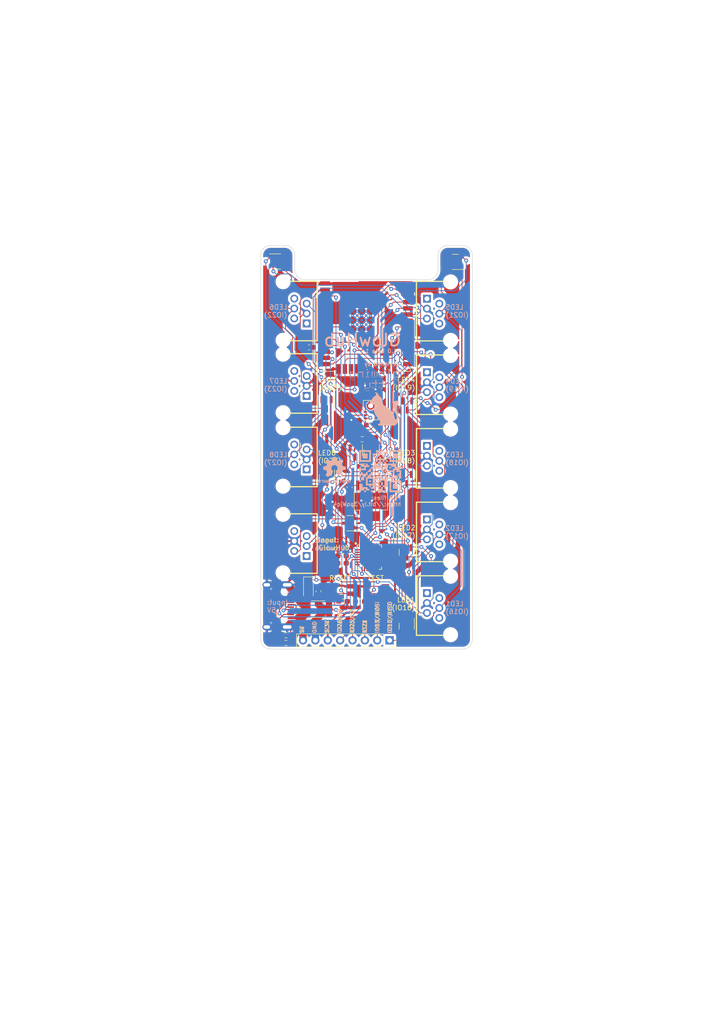
<source format=kicad_pcb>
(kicad_pcb (version 20211014) (generator pcbnew)
  (layers (0 "F.Cu" signal) (31 "B.Cu" signal) (34 "B.Paste" user) (35 "F.Paste" user) (36 "B.SilkS" user "B.Silkscreen") (37 "F.SilkS" user "F.Silkscreen") (38 "B.Mask" user) (39 "F.Mask" user) (44 "Edge.Cuts" user))
  (net 0 "")
  (net 1 "GND")
  (net 2 "+3V3")
  (net 4 "IO15{slash}WS")
  (net 5 "IO32{slash}SD")
  (net 6 "IO14{slash}SCK")
  (net 11 "IO13{slash}MOSI")
  (net 13 "IO5")
  (net 14 "IO0")
  (net 15 "IO4{slash}A5")
  (net 16 "RXD0")
  (net 19 "RESET")
  (net 20 "IO21{slash}LED5")
  (net 21 "IO36{slash}A4{slash}SENSOR_VP")
  (net 22 "TXD0")
  (net 24 "I39{slash}A3{slash}SENSOR_VN")
  (net 25 "IO35")
  (net 26 "IO16{slash}LED1")
  (net 27 "IO17{slash}LED2")
  (net 28 "Net-(Q2-Pad1)")
  (net 29 "Net-(Q3-Pad1)")
  (net 30 "IO25{slash}A1{slash}DAC1")
  (net 31 "+5V")
  (net 32 "RTS")
  (net 33 "DTR")
  (net 34 "IO26{slash}A0{slash}DAC2")
  (net 37 "USB-C CC1")
  (net 39 "IO12{slash}MISO")
  (net 45 "IO2")
  (net 46 "IO23{slash}LED7")
  (net 53 "I34{slash}A2")
  (net 54 "USB-C DATA-")
  (net 59 "IO22{slash}LED6")
  (net 63 "IO27{slash}LED8")
  (net 85 "USB-C DATA+")
  (net 86 "USB-C CC2")
  (net 87 "IO19{slash}LED4")
  (net 88 "IO18{slash}LED3")
  (net 89 "RECEIVER 5V")
  (net 90 "LED1 DATA OUT")
  (net 94 "IO33{slash}TESTBUTTON")
  (net 95 "EXTERNAL 5V")
  (net 96 "Net-(C17-Pad2)")
  (net 97 "Net-(F1-Pad1)")
  (footprint "Package_TO_SOT_SMD:SOT-23" (layer "F.Cu") (at 56.471 53.7346)
    (fp_text reference "Q4" hide)
    (fp_text value "AP40P05")
  )
  (footprint "Resistor_SMD:R_0603_1608Metric_Pad0.98x0.95mm_HandSolder" (layer "F.Cu") (at 73.846 90.1843)
    (fp_text reference "R17" hide)
    (fp_text value "10K")
  )
  (footprint "TS-1185EC-C-D-B:TS-1185EC-C-D-B" (layer "F.Cu") (at 69.481 121.0946)
    (fp_text reference "SW2" hide)
    (fp_text value "TS-1185EC-C-D-B")
  )
  (footprint "Capacitor_SMD:C_0603_1608Metric_Pad1.08x0.95mm_HandSolder" (layer "F.Cu") (at 76.6643 81.1904)
    (fp_text reference "C19" hide)
    (fp_text value "0.1uF")
  )
  (footprint "Resistor_SMD:R_0603_1608Metric_Pad0.98x0.95mm_HandSolder" (layer "F.Cu") (at 58.191 130.3646 180)
    (fp_text reference "R2" hide)
    (fp_text value "5.1K 1%")
  )
  (footprint "R-RJ11R06P-A800:R-RJ11R06P-A800" (layer "F.Cu") (at 91.4736 124.2688 90)
    (fp_text reference "RJ1" hide)
    (fp_text value "R-RJ11R06P-A800")
  )
  (footprint "Connector_PinSocket_2.54mm:PinSocket_1x08_P2.54mm_Vertical" (layer "F.Cu") (at 79.471 131.4146 -90)
    (fp_text reference "J1" hide)
    (fp_text value "Conn_01x08")
  )
  (footprint "Package_TO_SOT_SMD:SOT-223" (layer "F.Cu") (at 75.624 102.8058 -90)
    (fp_text reference "U6" hide)
    (fp_text value "BL1117-33CX")
  )
  (footprint "Package_TO_SOT_SMD:SOT-23" (layer "F.Cu") (at 72.2966 92.9275 -90)
    (fp_text reference "Q3" hide)
    (fp_text value "MMBT2222A")
  )
  (footprint "R-RJ11R06P-A800:R-RJ11R06P-A800" (layer "F.Cu") (at 58.098 111.5688 -90)
    (fp_text reference "RJ9" hide)
    (fp_text value "R-RJ11R06P-A800")
  )
  (footprint "Package_TO_SOT_SMD:SOT-23" (layer "F.Cu") (at 71.3314 107.4032 180)
    (fp_text reference "Q5" hide)
    (fp_text value "AP40P05")
  )
  (footprint "Package_TO_SOT_SMD:SOT-23" (layer "F.Cu") (at 82.981 98.3346 -90)
    (fp_text reference "Q1" hide)
    (fp_text value "AP40P05")
  )
  (footprint "ICS-43432:MIC_ICS-43432" (layer "F.Cu") (at 75.5732 84.224 180)
    (fp_text reference "MK1" hide)
    (fp_text value "ICS-43432")
  )
  (footprint "U262-161N-4BVC11:USB-3.1-SMD_U262-161N-4BVC11" (layer "F.Cu") (at 56.7235 124.3546 -90)
    (fp_text reference "USB1" hide)
    (fp_text value "U262-16XN-4BVC11")
  )
  (footprint "R-RJ11R06P-A800:R-RJ11R06P-A800" (layer "F.Cu") (at 58.098 78.7444 -90)
    (fp_text reference "RJ7" hide)
    (fp_text value "R-RJ11R06P-A800")
  )
  (footprint "Capacitor_SMD:C_0603_1608Metric_Pad1.08x0.95mm_HandSolder" (layer "F.Cu") (at 71.2552 103.8472 -90)
    (fp_text reference "C17" hide)
    (fp_text value "10uF")
  )
  (footprint "Capacitor_SMD:C_0603_1608Metric_Pad1.08x0.95mm_HandSolder" (layer "F.Cu") (at 69.698 115.6074 180)
    (fp_text reference "C20" hide)
    (fp_text value "0.1uF")
  )
  (footprint "Resistor_SMD:R_0603_1608Metric_Pad0.98x0.95mm_HandSolder" (layer "F.Cu") (at 58.181 131.949 180)
    (fp_text reference "R1" hide)
    (fp_text value "5.1K 1%")
  )
  (footprint "Resistor_SMD:R_0603_1608Metric_Pad0.98x0.95mm_HandSolder" (layer "F.Cu") (at 74.1508 95.7469 180)
    (fp_text reference "R18" hide)
    (fp_text value "10K")
  )
  (footprint "Resistor_SMD:R_0603_1608Metric_Pad0.98x0.95mm_HandSolder" (layer "F.Cu") (at 75.5975 87.272)
    (fp_text reference "R16" hide)
    (fp_text value "100K")
  )
  (footprint "Resistor_SMD:R_0603_1608Metric_Pad0.98x0.95mm_HandSolder" (layer "F.Cu") (at 73.3685 123.4446)
    (fp_text reference "R20" hide)
    (fp_text value "10K")
  )
  (footprint "Package_TO_SOT_SMD:SOT-23" (layer "F.Cu") (at 82.991 113.3746 -90)
    (fp_text reference "Q9" hide)
    (fp_text value "AP40P05")
  )
  (footprint "TS-1185EC-C-D-B:TS-1185EC-C-D-B" (layer "F.Cu") (at 76.72 121.0946)
    (fp_text reference "SW1" hide)
    (fp_text value "TS-1185EC-C-D-B")
  )
  (footprint "Capacitor_SMD:C_0603_1608Metric_Pad1.08x0.95mm_HandSolder" (layer "F.Cu") (at 71.2552 100.0372 90)
    (fp_text reference "C16" hide)
    (fp_text value "10uF")
  )
  (footprint "Capacitor_SMD:C_0603_1608Metric_Pad1.08x0.95mm_HandSolder" (layer "F.Cu") (at 69.698 114.1088)
    (fp_text reference "C15" hide)
    (fp_text value "4.7uF 6.3V 10%")
  )
  (footprint "R-RJ11R06P-A800:R-RJ11R06P-A800" (layer "F.Cu") (at 91.4736 79.006 90)
    (fp_text reference "RJ4" hide)
    (fp_text value "R-RJ11R06P-A800")
  )
  (footprint "Diode_SMD:D_SOD-123" (layer "F.Cu") (at 62.797 120.662 -90)
    (fp_text reference "D9" hide)
    (fp_text value "Schottky")
  )
  (footprint "Package_TO_SOT_SMD:SOT-23" (layer "F.Cu") (at 82.981 128.5246 -90)
    (fp_text reference "Q6" hide)
    (fp_text value "AP40P05")
  )
  (footprint "CP2102-GMR:CP2102-GMR" (layer "F.Cu") (at 75.3114 114.3628)
    (fp_text reference "U5" hide)
    (fp_text value "CP2102-GMR" hide)
  )
  (footprint "R-RJ11R06P-A800:R-RJ11R06P-A800" (layer "F.Cu") (at 91.4736 109.1812 90)
    (fp_text reference "RJ2" hide)
    (fp_text value "R-RJ11R06P-A800")
  )
  (footprint "Capacitor_SMD:C_0603_1608Metric_Pad1.08x0.95mm_HandSolder" (layer "F.Cu") (at 62.921 71.3446 180)
    (fp_text reference "C5" hide)
    (fp_text value "10uF")
  )
  (footprint "R-RJ11R06P-A800:R-RJ11R06P-A800" (layer "F.Cu") (at 58.098 63.893 -90)
    (fp_text reference "RJ6" hide)
    (fp_text value "R-RJ11R06P-A800")
  )
  (footprint "R-RJ11R06P-A800:R-RJ11R06P-A800" (layer "F.Cu") (at 91.4736 94.0936 90)
    (fp_text reference "RJ3" hide)
    (fp_text value "R-RJ11R06P-A800")
  )
  (footprint "Package_TO_SOT_SMD:SOT-23" (layer "F.Cu") (at 75.7764 92.9275 -90)
    (fp_text reference "Q2" hide)
    (fp_text value "MMBT2222A")
  )
  (footprint "R-RJ11R06P-A800:R-RJ11R06P-A800" (layer "F.Cu") (at 91.4736 63.9184 90)
    (fp_text reference "RJ5" hide)
    (fp_text value "R-RJ11R06P-A800")
  )
  (footprint "Capacitor_SMD:C_0603_1608Metric_Pad1.08x0.95mm_HandSolder" (layer "F.Cu") (at 69.901 123.4146 180)
    (fp_text reference "C18" hide)
    (fp_text value "1uF")
  )
  (footprint "ESP32-WROOM-32E__16MB_:MODULE_ESP32-WROOM-32E_(16MB)" (layer "F.Cu") (at 74.7275 63.52165)
    (fp_text reference "U2" hide)
    (fp_text value "ESP32-WROOM-32E (4MB)")
  )
  (footprint "Capacitor_SMD:C_0603_1608Metric_Pad1.08x0.95mm_HandSolder" (layer "F.Cu") (at 64.851 121.3546 90)
    (fp_text reference "C1" hide)
    (fp_text value "10uF")
  )
  (footprint "Package_TO_SOT_SMD:SOT-23" (layer "F.Cu") (at 92.961 53.8246 180)
    (fp_text reference "Q10" hide)
    (fp_text value "AP40P05")
  )
  (footprint "Package_TO_SOT_SMD:SOT-23" (layer "F.Cu") (at 66.511 83.0046 -90)
    (fp_text reference "Q8" hide)
    (fp_text value "AP40P05")
  )
  (footprint "Package_TO_SOT_SMD:SOT-23" (layer "F.Cu") (at 83.081 83.2546 -90)
    (fp_text reference "Q7" hide)
    (fp_text value "AP40P05")
  )
  (footprint "Package_TO_SOT_SMD:SOT-23" (layer "F.Cu") (at 66.611 98.0546 -90)
    (fp_text reference "Q11" hide)
    (fp_text value "AP40P05")
  )
  (footprint "Fuse:Fuse_1812_4532Metric_Pad1.30x3.40mm_HandSolder" (layer "F.Cu") (at 64.801 125.0246)
    (fp_text reference "F1" hide)
    (fp_text value "BSMD1812-300-16V")
  )
  (footprint "R-RJ11R06P-A800:R-RJ11R06P-A800" (layer "F.Cu") (at 58.098 93.8142 -90)
    (fp_text reference "RJ8" hide)
    (fp_text value "R-RJ11R06P-A800")
  )
  (footprint "LOGO" (layer "B.Cu") (at 76.4712 80.5908 180)
    (fp_text reference "G***" hide)
    (fp_text value "LOGO" hide)
  )
  (footprint "Symbol:OSHW-Logo2_7.3x6mm_SilkScreen" (layer "B.Cu") (at 68.14 96.5674 180)
    (fp_text reference "REF**" hide)
    (fp_text value "OSHW-Logo2_7.3x6mm_SilkScreen" hide)
  )
  (footprint "LOGO" (layer "B.Cu") (at 77.538 96.7198 180)
    (fp_text reference "G***" hide)
    (fp_text value "LOGO" hide)
  )
  (gr_line (start 59.9996 52.458814) (end 59.9996 55.432837) (layer "Edge.Cuts") (width 0.1))
  (gr_line (start 53.025214 131.212014) (end 53.025214 52.458814) (layer "Edge.Cuts") (width 0.1))
  (gr_line (start 89.3996 55.432837) (end 89.3996 52.458814) (layer "Edge.Cuts") (width 0.1))
  (gr_line (start 61.9996 57.432837) (end 87.3996 57.432837) (layer "Edge.Cuts") (width 0.1))
  (gr_arc (start 94.459214 50.458814) (mid 95.873428 51.0446) (end 96.459214 52.458814) (layer "Edge.Cuts") (width 0.1))
  (gr_arc (start 53.025214 52.458814) (mid 53.611 51.0446) (end 55.025214 50.458814) (layer "Edge.Cuts") (width 0.1))
  (gr_line (start 55.025214 50.458814) (end 57.9996 50.458814) (layer "Edge.Cuts") (width 0.1))
  (gr_arc (start 61.9996 57.432837) (mid 60.585386 56.847051) (end 59.9996 55.432837) (layer "Edge.Cuts") (width 0.1))
  (gr_arc (start 96.459214 131.212014) (mid 95.873428 132.626228) (end 94.459214 133.212014) (layer "Edge.Cuts") (width 0.1))
  (gr_arc (start 89.3996 55.432837) (mid 88.813814 56.847051) (end 87.3996 57.432837) (layer "Edge.Cuts") (width 0.1))
  (gr_line (start 94.459214 133.212014) (end 55.025214 133.212014) (layer "Edge.Cuts") (width 0.1))
  (gr_line (start 94.459214 50.458814) (end 91.3996 50.458814) (layer "Edge.Cuts") (width 0.1))
  (gr_arc (start 89.3996 52.458814) (mid 89.985386 51.0446) (end 91.3996 50.458814) (layer "Edge.Cuts") (width 0.1))
  (gr_arc (start 55.025214 133.212014) (mid 53.611 132.626228) (end 53.025214 131.212014) (layer "Edge.Cuts") (width 0.1))
  (gr_arc (start 57.9996 50.458814) (mid 59.413814 51.0446) (end 59.9996 52.458814) (layer "Edge.Cuts") (width 0.1))
  (gr_line (start 96.459214 52.458814) (end 96.459214 131.212014) (layer "Edge.Cuts") (width 0.1))
  (gr_text "designed by" (at 81.6274 74.7488) (layer "B.SilkS") (effects (font (size 0.8 0.8)) (justify left mirror)))
  (gr_text "LED2\n(IO17)" (at 90.86 109.24) (layer "B.SilkS") (effects (font (size 1 1)) (justify right mirror)))
  (gr_text "LED7\n(IO23)" (at 58.55 79.06) (layer "B.SilkS") (effects (font (size 1 1)) (justify left mirror)))
  (gr_text "v1.0 beta 1" (at 81.6528 72.1072) (layer "B.SilkS") (effects (font (size 0.8 0.8)) (justify left mirror)))
  (gr_text "GlowHub" (at 82.0846 69.872) (layer "B.SilkS") (effects (font (size 2.5 2.5) (thickness 0.4)) (justify left mirror)))
  (gr_text "Input:\nGlowHub" (at 64.02 111.71) (layer "B.SilkS") (effects (font (size 1 1)) (justify right mirror)))
  (gr_text "LED1\n(IO16)" (at 90.86 124.71) (layer "B.SilkS") (effects (font (size 1 1)) (justify right mirror)))
  (gr_text "5V\n\nGND\n\n3.3V\n\nIO26/A0\n\nIO25/A1\n\nIO21\n\nIO13/MOSI\n\nIO12/MISO" (at 70.5 130.05 90) (layer "B.SilkS") (effects (font (size 0.8 0.8)) (justify right mirror)))
  (gr_text "LED4\n(IO19)" (at 90.86 79.06) (layer "B.SilkS") (effects (font (size 1 1)) (justify right mirror)))
  (gr_text "LED3\n(IO18)" (at 90.86 94.17) (layer "B.SilkS") (effects (font (size 1 1)) (justify right mirror)))
  (gr_text "LED8\n(IO27)" (at 58.55 94.17) (layer "B.SilkS") (effects (font (size 1 1)) (justify left mirror)))
  (gr_text "LED6\n(IO22)" (at 58.55 63.91) (layer "B.SilkS") (effects (font (size 1 1)) (justify left mirror)))
  (gr_text "Input:\n5V" (at 54.22 124.43) (layer "B.SilkS") (effects (font (size 1 1)) (justify right mirror)))
  (gr_text "LED5\n(IO21)" (at 90.86 63.91) (layer "B.SilkS") (effects (font (size 1 1)) (justify right mirror)))
  (gr_text "PCB files:\nhttps://bit.ly/3poWjq4" (at 81.8814 102.8412) (layer "B.SilkS") (effects (font (size 0.8 0.8)) (justify left mirror)))
  (gr_text "LED8\n(IO27)" (at 64.671 93.7946) (layer "F.SilkS") (effects (font (size 1 1)) (justify left)))
  (gr_text "LED1\n(IO16)" (at 84.781 123.9146) (layer "F.SilkS") (effects (font (size 1 1)) (justify right)))
  (gr_text "LED7\n(IO23)" (at 64.741 78.8146) (layer "F.SilkS") (effects (font (size 1 1)) (justify left)))
  (gr_text "LED3\n(IO18)" (at 84.811 93.7946) (layer "F.SilkS") (effects (font (size 1 1)) (justify right)))
  (gr_text "LED4\n(IO19)" (at 84.831 78.8146) (layer "F.SilkS") (effects (font (size 1 1)) (justify right)))
  (gr_text "LED2\n(IO17)" (at 84.851 109.1346) (layer "F.SilkS") (effects (font (size 1 1)) (justify right)))
  (gr_text "Input:\nGlowHub" (at 64.761 111.6246) (layer "F.SilkS") (effects (font (size 1 1)) (justify left)))
  (gr_text "5V\n\nGND\n\n3.3V\n\nIO26/A0\n\nIO25/A1\n\nIO21\n\nIO13/MOSI\n\nIO12/MISO" (at 70.511 130.0346 90) (layer "F.SilkS") (effects (font (size 0.8 0.8)) (justify left)))
  (gr_text "RESET" (at 69.351 118.6546) (layer "F.SilkS") (effects (font (size 1 1))))
  (gr_text "TEST" (at 76.611 118.6546) (layer "F.SilkS") (effects (font (size 1 1))))
  (segment (start 64.851 120.4921) (end 64.3935 120.0346) (width 0.16) (layer "F.Cu") (net 1))
  (segment (start 75.821 102.1146) (end 77.924 100.0116) (width 0.4) (layer "F.Cu") (net 1))
  (segment (start 74.645 67.59665) (end 73.7275 67.59665) (width 0.16) (layer "F.Cu") (net 1))
  (segment (start 70.751 84.5146) (end 73.611 81.6546) (width 0.16) (layer "F.Cu") (net 1))
  (segment (start 72.81 65.76165) (end 71.8925 65.76165) (width 0.16) (layer "F.Cu") (net 1))
  (segment (start 69.5605 113.3446) (end 69.5605 113.3838) (width 0.16) (layer "F.Cu") (net 1))
  (segment (start 73.4309 102.9847) (end 71.2552 102.9847) (width 0.4) (layer "F.Cu") (net 1))
  (segment (start 61.912681 64.402919) (end 62.437929 64.402919) (width 0.16) (layer "F.Cu") (net 1))
  (segment (start 72.81 67.59665) (end 73.7275 67.59665) (width 0.16) (layer "F.Cu") (net 1))
  (segment (start 69.5605 113.3838) (end 68.8355 114.1088) (width 0.16) (layer "F.Cu") (net 1))
  (segment (start 71.291 61.3646) (end 71.711 61.7846) (width 0.16) (layer "F.Cu") (net 1))
  (segment (start 72.81 63.92665) (end 71.8925 63.92665) (width 0.16) (layer "F.Cu") (net 1))
  (segment (start 73.7275 67.59665) (end 73.7275 66.67915) (width 0.16) (layer "F.Cu") (net 1))
  (segment (start 61.141 61.7446) (end 61.141 65.2546) (width 0.16) (layer "F.Cu") (net 1))
  (segment (start 75.821 102.7646) (end 75.821 102.1146) (width 0.4) (layer "F.Cu") (net 1))
  (segment (start 68.8355 115.6074) (end 68.8355 114.1088) (width 0.16) (layer "F.Cu") (net 1))
  (segment (start 75.5625 63.92665) (end 75.5625 64.84415) (width 0.16) (layer "F.Cu") (net 1))
  (segment (start 61.141 70.4271) (end 61.141 65.2546) (width 0.16) (layer "F.Cu") (net 1))
  (segment (start 64.851 120.4921) (end 64.9985 120.3446) (width 0.16) (layer "F.Cu") (net 1))
  (segment (start 73.471 88.1646) (end 72.391 87.0846) (width 0.16) (layer "F.Cu") (net 1))
  (segment (start 59.1435 130.3446) (end 59.1435 129.3746) (width 0.2) (layer "F.Cu") (net 1))
  (segment (start 61.358418 72.044682) (end 61.358418 78.174808) (width 0.16) (layer "F.Cu") (net 1))
  (segment (start 76.6482 85.249) (end 76.6482 85.899) (width 0.16) (layer "F.Cu") (net 1))
  (segment (start 61.141 65.1746) (end 61.912681 64.402919) (width 0.16) (layer "F.Cu") (net 1))
  (segment (start 71.711 61.7846) (end 71.8925 61.9661) (width 0.16) (layer "F.Cu") (net 1))
  (segment (start 77.924 100.0116) (end 77.924 99.6558) (width 0.16) (layer "F.Cu") (net 1))
  (segment (start 58.4435 119.6621) (end 58.4435 120.0346) (width 0.16) (layer "F.Cu") (net 1))
  (segment (start 71.2552 100.8997) (end 71.2552 102.9847) (width 0.16) (layer "F.Cu") (net 1))
  (segment (start 64.851 120.7446) (end 64.851 120.4921) (width 0.16) (layer "F.Cu") (net 1))
  (segment (start 71.381 120.3446) (end 74.82 120.3446) (width 0.16) (layer "F.Cu") (net 1))
  (segment (start 75.5625 67.59665) (end 75.5625 66.67915) (width 0.16) (layer "F.Cu") (net 1))
  (segment (start 73.7275 65.76165) (end 73.7275 64.84415) (width 0.16) (layer "F.Cu") (net 1))
  (segment (start 75.471 88.2246) (end 73.521 88.2246) (width 0.16) (layer "F.Cu") (net 1))
  (segment (start 74.421 79.1746) (end 70.581 79.1746) (width 0.16) (layer "F.Cu") (net 1))
  (segment (start 73.241 57.8646) (end 71.291 59.8146) (width 0.16) (layer "F.Cu") (net 1))
  (segment (start 70.00898 124.16912) (end 68.13004 124.16912) (width 0.16) (layer "F.Cu") (net 1))
  (segment (start 68.8355 114.1088) (end 66.2568 114.1088) (width 0.16) (layer "F.Cu") (net 1))
  (segment (start 64.9985 120.3446) (end 67.581 120.3446) (width 0.16) (layer "F.Cu") (net 1))
  (segment (start 71.621 86.3146) (end 71.621 86.2246) (width 0.16) (layer "F.Cu") (net 1))
  (segment (start 64.62395 58.26165) (end 61.141 61.7446) (width 0.16) (layer "F.Cu") (net 1))
  (segment (start 71.8925 65.76165) (end 71.8925 64.84415) (width 0.16) (layer "F.Cu") (net 1))
  (segment (start 66.2275 58.26165) (end 68.18805 58.26165) (width 0.16) (layer "F.Cu") (net 1))
  (segment (start 73.521 88.2246) (end 73.471 88.1746) (width 0.16) (layer "F.Cu") (net 1))
  (segment (start 58.4435 128.582387) (end 58.976144 128.049743) (width 1.5) (layer "F.Cu") (net 1))
  (segment (start 59.1435 129.3746) (end 58.4435 128.6746) (width 0.2) (layer "F.Cu") (net 1))
  (segment (start 73.671 102.7446) (end 73.4309 102.9847) (width 0.4) (layer "F.Cu") (net 1))
  (segment (start 83.2275 58.26165) (end 82.83045 57.8646) (width 0.16) (layer "F.Cu") (net 1))
  (segment (start 58.385307 111.058907) (end 59.897924 111.058907) (width 0.4) (layer "F.Cu") (net 1))
  (segment (start 64.3935 120.0346) (end 58.4435 120.0346) (width 0.16) (layer "F.Cu") (net 1))
  (segment (start 72.81 63.92665) (end 73.7275 63.92665) (width 0.16) (layer "F.Cu") (net 1))
  (segment (start 71.8925 67.59665) (end 72.81 67.59665) (width 0.16) (layer "F.Cu") (net 1))
  (segment (start 83.2275 58.26165) (end 84.3875 58.26165) (width 0.16) (layer "F.Cu") (net 1))
  (segment (start 74.82 120.3446) (end 78.62 120.3446) (width 0.16) (layer "F.Cu") (net 1))
  (segment (start 59.11398 120.70508) (end 59.181 120.70508) (width 1.5) (layer "F.Cu") (net 1))
  (segment (start 66.2568 114.1088) (end 63.431 116.9346) (width 0.16) (layer "F.Cu") (net 1))
  (segment (start 68.18805 58.26165) (end 71.711 61.7846) (width 0.16) (layer "F.Cu") (net 1))
  (segment (start 75.8018 80.7438) (end 76.581 79.9646) (width 0.16) (layer "F.Cu") (net 1))
  (segment (start 71.8925 64.84415) (end 71.8925 63.92665) (width 0.16) (layer "F.Cu") (net 1))
  (segment (start 74.645 63.92665) (end 75.5625 63.92665) (width 0.16) (layer "F.Cu") (net 1))
  (segment (start 73.471 88.1746) (end 73.471 88.1646) (width 0.16) (layer "F.Cu") (net 1))
  (segment (start 71.291 59.8146) (end 71.291 61.3646) (width 0.16) (layer "F.Cu") (net 1))
  (segment (start 61.281 104.8446) (end 58.171 107.9546) (width 0.4) (layer "F.Cu") (net 1))
  (segment (start 76.6482 85.899) (end 76.6482 87.1338) (width 0.16) (layer "F.Cu") (net 1))
  (segment (start 70.7635 123.4146) (end 70.00898 124.16912) (width 0.16) (layer "F.Cu") (net 1))
  (segment (start 62.437929 79.254319) (end 64.661281 79.254319) (width 0.16) (layer "F.Cu") (net 1))
  (segment (start 71.591 113.0946) (end 71.561 113.0646) (width 0.16) (layer "F.Cu") (net 1))
  (segment (start 58.421 114.1846) (end 61.171 116.9346) (width 0.4) (layer "F.Cu") (net 1))
  (segment (start 71.8925 66.67915) (end 71.8925 67.59665) (width 0.16) (layer "F.Cu") (net 1))
  (segment (start 62.0585 71.3446) (end 61.358418 72.044682) (width 0.16) (layer "F.Cu") (net 1))
  (segment (start 85.391 62.1146) (end 86.684881 63.408481) (width 0.16) (layer "F.Cu") (net 1))
  (segment (start 86.684881 63.408481) (end 87.133671 63.408481) (width 0.16) (layer "F.Cu") (net 1))
  (segment (start 70.581 79.1746) (end 68.991 77.5846) (width 0.16) (layer "F.Cu") (net 1))
  (segment (start 73.7275 66.67915) (end 73.7275 65.76165) (width 0.16) (layer "F.Cu") (net 1))
  (segment (start 69.0125 77.5631) (end 69.0125 75.77165) (width 0.16) (layer "F.Cu") (net 1))
  (segment (start 71.2552 102.9847) (end 67.7509 102.9847) (width 0.4) (layer "F.Cu") (net 1))
  (segment (start 59.1435 131.9702) (end 59.1435 130.3446) (width 0.2) (layer "F.Cu") (net 1))
  (segment (start 72.350005 113.862801) (end 71.591 113.103796) (width 0.16) (layer "F.Cu") (net 1))
  (segment (start 71.8925 61.9661) (end 71.8925 63.92665) (width 0.16) (layer "F.Cu") (net 1))
  (segment (start 61.358418 78.174808) (end 62.437929 79.254319) (width 0.16) (layer "F.Cu") (net 1))
  (segment (start 84.3875 58.26165) (end 85.391 59.26515) (width 0.16) (layer "F.Cu") (net 1))
  (segment (start 66.681 122.5746) (end 64.851 120.7446) (width 0.16) (layer "F.Cu") (net 1))
  (segment (start 59.897924 111.058907) (end 58.421 112.535831) (width 0.4) (layer "F.Cu") (net 1))
  (segment (start 74.645 65.76165) (end 73.7275 65.76165) (width 0.16) (layer "F.Cu") (net 1))
  (segment (start 72.911387 113.862801) (end 74.811401 113.862801) (width 0.16) (layer "F.Cu") (net 1))
  (segment (start 58.171 110.8446) (end 58.385307 111.058907) (width 0.4) (layer "F.Cu") (net 1))
  (segment (start 68.14395 75.77165) (end 69.0125 75.77165) (width 0.16) (layer "F.Cu") (net 1))
  (segment (start 68.991 77.5846) (end 69.0125 77.5631) (width 0.16) (layer "F.Cu") (net 1))
  (segment (start 75.8018 82.0238) (end 75.611 82.2146) (width 0.3) (layer "F.Cu") (net 1))
  (segment (start 71.8925 65.76165) (end 71.8925 66.67915) (width 0.16) (layer "F.Cu") (net 1))
  (segment (start 75.5625 65.76165) (end 75.5625 66.67915) (width 0.16) (layer "F.Cu") (net 1))
  (segment (start 73.611 81.6546) (end 73.611 79.9846) (width 0.16) (layer "F.Cu") (net 1))
  (segment (start 76.4236 87.272) (end 75.471 88.2246) (width 0.16) (layer "F.Cu") (net 1))
  (segment (start 75.5625 64.84415) (end 75.5625 65.76165) (width 0.16) (layer "F.Cu") (net 1))
  (segment (start 71.591 113.103796) (end 71.591 113.0946) (width 0.16) (layer "F.Cu") (net 1))
  (segment (start 67.581 120.3446) (end 71.381 120.3446) (width 0.16) (layer "F.Cu") (net 1))
  (segment (start 82.83045 57.8646) (end 73.241 57.8646) (width 0.16) (layer "F.Cu") (net 1))
  (segment (start 75.8018 81.1904) (end 75.8018 82.0238) (width 0.16) (layer "F.Cu") (net 1))
  (segment (start 64.661281 79.254319) (end 68.14395 75.77165) (width 0.16) (layer "F.Cu") (net 1))
  (segment (start 71.561 113.0646) (end 71.381 113.0646) (width 0.16) (layer "F.Cu") (net 1))
  (segment (start 61.141 65.2546) (end 61.141 65.1746) (width 0.16) (layer "F.Cu") (net 1))
  (segment (start 73.7275 65.76165) (end 72.81 65.76165) (width 0.16) (layer "F.Cu") (net 1))
  (segment (start 67.581 120.3446) (end 67.581 116.8619) (width 0.16) (layer "F.Cu") (net 1))
  (segment (start 67.174854 122.5746) (end 66.681 122.5746) (width 0.16) (layer "F.Cu") (net 1))
  (segment (start 62.0585 71.3446) (end 61.141 70.4271) (width 0.16) (layer "F.Cu") (net 1))
  (segment (start 63.431 116.9346) (end 61.171 116.9346) (width 0.16) (layer "F.Cu") (net 1))
  (segment (start 66.611 104.8446) (end 61.281 104.8446) (width 0.4) (layer "F.Cu") (net 1))
  (segment (start 73.611 79.9846) (end 74.421 79.1746) (width 0.16) (layer "F.Cu") (net 1))
  (segment (start 73.7275 63.92665) (end 74.645 63.92665) (width 0.16) (layer "F.Cu") (net 1))
  (segment (start 58.4435 128.6746) (end 58.4435 128.582387) (width 1.5) (layer "F.Cu") (net 1))
  (segment (start 68.13004 123.529786) (end 67.174854 122.5746) (width 0.16) (layer "F.Cu") (net 1))
  (segment (start 58.421 112.535831) (end 58.421 114.1846) (width 0.4) (layer "F.Cu") (net 1))
  (segment (start 74.811401 113.862801) (end 75.3114 114.3628) (width 0.16) (layer "F.Cu") (net 1))
  (segment (start 85.391 59.26515) (end 85.391 62.1146) (width 0.16) (layer "F.Cu") (net 1))
  (segment (start 58.171 107.9546) (end 58.171 110.8446) (width 0.4) (layer "F.Cu") (net 1))
  (segment (start 66.2275 58.26165) (end 64.62395 58.26165) (width 0.16) (layer "F.Cu") (net 1))
  (segment (start 61.171 116.9346) (end 58.4435 119.6621) (width 0.4) (layer "F.Cu") (net 1))
  (segment (start 72.911387 113.862801) (end 72.350005 113.862801) (width 0.16) (layer "F.Cu") (net 1))
  (segment (start 76.6482 87.1338) (end 76.51 87.272) (width 0.16) (layer "F.Cu") (net 1))
  (segment (start 75.5625 67.59665) (end 74.645 67.59665) (width 0.16) (layer "F.Cu") (net 1))
  (segment (start 67.7509 102.9847) (end 67.721 103.0146) (width 0.16) (layer "F.Cu") (net 1))
  (segment (start 75.5625 65.76165) (end 74.645 65.76165) (width 0.16) (layer "F.Cu") (net 1))
  (segment (start 72.391 87.0846) (end 71.621 86.3146) (width 0.16) (layer "F.Cu") (net 1))
  (segment (start 58.4435 120.0346) (end 59.11398 120.70508) (width 1.5) (layer "F.Cu") (net 1))
  (segment (start 76.51 87.272) (end 76.4236 87.272) (width 0.16) (layer "F.Cu") (net 1))
  (segment (start 68.13004 124.16912) (end 68.13004 123.529786) (width 0.16) (layer "F.Cu") (net 1))
  (segment (start 75.8018 81.1904) (end 75.8018 80.7438) (width 0.16) (layer "F.Cu") (net 1))
  (segment (start 67.581 116.8619) (end 68.8355 115.6074) (width 0.16) (layer "F.Cu") (net 1))
  (via (at 69.5605 113.3446) (size 0.8) (drill 0.4) (layers "F.Cu" "B.Cu") (net 1))
  (via (at 67.721 103.0146) (size 0.8) (drill 0.4) (layers "F.Cu" "B.Cu") (net 1))
  (via (at 71.381 113.0646) (size 0.8) (drill 0.4) (layers "F.Cu" "B.Cu") (net 1))
  (via (at 71.621 86.2246) (size 0.8) (drill 0.4) (layers "F.Cu" "B.Cu") (net 1))
  (via (at 70.751 84.5146) (size 0.8) (drill 0.4) (layers "F.Cu" "B.Cu") (net 1))
  (via (at 76.581 79.9646) (size 0.8) (drill 0.4) (layers "F.Cu" "B.Cu") (net 1))
  (via (at 75.821 102.7646) (size 0.8) (drill 0.4) (layers "F.Cu" "B.Cu") (net 1))
  (via (at 66.611 104.8446) (size 0.8) (drill 0.4) (layers "F.Cu" "B.Cu") (net 1))
  (via (at 73.671 102.7446) (size 0.8) (drill 0.4) (layers "F.Cu" "B.Cu") (net 1))
  (via (at 74.421 79.1746) (size 0.8) (drill 0.4) (layers "F.Cu" "B.Cu") (net 1))
  (segment (start 75.821 102.7646) (end 73.691 102.7646) (width 0.4) (layer "B.Cu") (net 1))
  (segment (start 87.29148 83.925682) (end 88.581 82.636162) (width 0.16) (layer "B.Cu") (net 1))
  (segment (start 88.971 71.3346) (end 88.971 75.5646) (width 0.16) (layer "B.Cu") (net 1))
  (segment (start 87.133671 123.758881) (end 87.436719 123.758881) (width 0.16) (layer "B.Cu") (net 1))
  (segment (start 88.391 118.1846) (end 88.981 117.5946) (width 0.16) (layer "B.Cu") (net 1))
  (segment (start 88.451 64.72581) (end 88.451 70.8146) (width 0.16) (layer "B.Cu") (net 1))
  (segment (start 58.765307 111.058907) (end 59.897924 111.058907) (width 0.16) (layer "B.Cu") (net 1))
  (segment (start 61.161 105.1246) (end 58.071 108.2146) (width 0.16) (layer "B.Cu") (net 1))
  (segment (start 73.691 102.7646) (end 73.671 102.7446) (width 0.16) (layer "B.Cu") (net 1))
  (segment (start 88.381 109.91861) (end 87.133671 108.671281) (width 0.16) (layer "B.Cu") (net 1))
  (segment (start 67.721 103.0146) (end 66.611 104.1246) (width 0.4) (layer "B.Cu") (net 1))
  (segment (start 71.621 86.2246) (end 71.621 85.3846) (width 0.16) (layer "B.Cu") (net 1))
  (segment (start 64.231 129.9846) (end 62.821 128.5746) (width 1.5) (layer "B.Cu") (net 1))
  (segment (start 62.821 128.5746) (end 62.721 128.6746) (width 1.5) (layer "B.Cu") (net 1))
  (segment (start 87.133671 93.583681) (end 86.62459 93.0746) (width 0.16) (layer "B.Cu") (net 1))
  (segment (start 62.437929 79.254319) (end 60.931 80.761248) (width 0.16) (layer "B.Cu") (net 1))
  (segment (start 71.381 113.0646) (end 69.8405 113.0646) (width 0.16) (layer "B.Cu") (net 1))
  (segment (start 88.581 82.636162) (end 88.581 79.94341) (width 0.16) (layer "B.Cu") (net 1))
  (segment (start 60.977435 92.863625) (end 62.437929 94.324119) (width 0.16) (layer "B.Cu") (net 1))
  (segment (start 87.739519 78.496081) (end 87.133671 78.496081) (width 0.16) (layer "B.Cu") (net 1))
  (segment (start 58.071 108.2146) (end 58.071 110.3646) (width 0.16) (layer "B.Cu") (net 1))
  (segment (start 87.436719 123.758881) (end 88.391 122.8046) (width 0.16) (layer "B.Cu") (net 1))
  (segment (start 88.971 75.5646) (end 88.411 76.1246) (width 0.16) (layer "B.Cu") (net 1))
  (segment (start 76.581 79.9646) (end 75.791 79.1746) (width 0.16) (layer "B.Cu") (net 1))
  (segment (start 58.4435 128.6746) (end 54.2635 128.6746) (width 1.5) (layer "B.Cu") (net 1))
  (segment (start 61.161 95.601048) (end 61.161 105.1246) (width 0.16) (layer "B.Cu") (net 1))
  (segment (start 85.821 86.3546) (end 87.29148 84.88412) (width 0.16) (layer "B.Cu") (net 1))
  (segment (start 71.621 85.3846) (end 70.751 84.5146) (width 0.16) (layer "B.Cu") (net 1))
  (segment (start 88.581 79.94341) (end 87.133671 78.496081) (width 0.16) (layer "B.Cu") (net 1))
  (segment (start 85.821 93.0746) (end 85.821 86.3546) (width 0.16) (layer "B.Cu") (net 1))
  (segment (start 54.2635 120.0346) (end 58.4435 120.0346) (width 1.5) (layer "B.Cu") (net 1))
  (segment (start 88.981 112.7946) (end 88.381 112.1946) (width 0.16) (layer "B.Cu") (net 1))
  (segment (start 75.791 79.1746) (end 74.421 79.1746) (width 0.16) (layer "B.Cu") (net 1))
  (segment (start 62.721 128.6746) (end 58.4435 128.6746) (width 1.5) (layer "B.Cu") (net 1))
  (segment (start 88.411 77.8246) (end 87.739519 78.496081) (width 0.16) (layer "B.Cu") (net 1))
  (segment (start 87.133671 108.671281) (end 88.213182 107.59177) (width 0.16) (layer "B.Cu") (net 1))
  (segment (start 60.931 80.761248) (end 60.931 88.2646) (width 0.16) (layer "B.Cu") (net 1))
  (segment (start 86.62459 93.0746) (end 85.821 93.0746) (width 0.16) (layer "B.Cu") (net 1))
  (segment (start 69.8405 113.0646) (end 69.5605 113.3446) (width 0.16) (layer "B.Cu") (net 1))
  (segment (start 58.071 110.3646) (end 58.765307 111.058907) (width 0.16) (layer "B.Cu") (net 1))
  (segment (start 88.411 76.1246) (end 88.411 77.8246) (width 0.16) (layer "B.Cu") (net 1))
  (segment (start 66.611 104.1246) (end 66.611 104.8446) (width 0.4) (layer "B.Cu") (net 1))
  (segment (start 88.381 112.1946) (end 88.381 109.91861) (width 0.16) (layer "B.Cu") (net 1))
  (segment (start 54.2635 120.0346) (end 54.2635 128.6746) (width 1.5) (layer "B.Cu") (net 1))
  (segment (start 64.231 131.4146) (end 64.231 129.9846) (width 1.5) (layer "B.Cu") (net 1))
  (segment (start 87.29148 84.88412) (end 87.29148 83.925682) (width 0.16) (layer "B.Cu") (net 1))
  (segment (start 88.981 117.5946) (end 88.981 112.7946) (width 0.16) (layer "B.Cu") (net 1))
  (segment (start 60.977435 88.311035) (end 60.977435 92.863625) (width 0.16) (layer "B.Cu") (net 1))
  (segment (start 62.437929 94.324119) (end 61.161 95.601048) (width 0.16) (layer "B.Cu") (net 1))
  (segment (start 87.133671 63.408481) (end 88.451 64.72581) (width 0.16) (layer "B.Cu") (net 1))
  (segment (start 88.213182 107.59177) (end 88.213182 94.663192) (width 0.16) (layer "B.Cu") (net 1))
  (segment (start 88.213182 94.663192) (end 87.133671 93.583681) (width 0.16) (layer "B.Cu") (net 1))
  (segment (start 88.451 70.8146) (end 88.971 71.3346) (width 0.16) (layer "B.Cu") (net 1))
  (segment (start 88.391 122.8046) (end 88.391 118.1846) (width 0.16) (layer "B.Cu") (net 1))
  (segment (start 60.931 88.2646) (end 60.977435 88.311035) (width 0.16) (layer "B.Cu") (net 1))
  (segment (start 77.781 84.9946) (end 77.3854 84.599) (width 0.16) (layer "F.Cu") (net 2))
  (segment (start 80.571 123.0346) (end 80.571 118.6246) (width 0.4) (layer "F.Cu") (net 2))
  (segment (start 72.911387 115.3628) (end 72.911387 115.8628) (width 0.16) (layer "F.Cu") (net 2))
  (segment (start 76.551 88.7646) (end 77.781 87.5346) (width 0.16) (layer "F.Cu") (net 2))
  (segment (start 73.111 118.6246) (end 71.671 118.6246) (width 0.4) (layer "F.Cu") (net 2))
  (segment (start 70.5605 107.5698) (end 70.3939 107.4032) (width 0.4) (layer "F.Cu") (net 2))
  (segment (start 70.5605 117.5141) (end 70.5605 115.6074) (width 0.4) (layer "F.Cu") (net 2))
  (segment (start 77.3854 84.599) (end 76.6482 84.599) (width 0.16) (layer "F.Cu") (net 2))
  (segment (start 71.401 88.7646) (end 76.551 88.7646) (width 0.16) (layer "F.Cu") (net 2))
  (segment (start 72.911387 115.8628) (end 72.911387 118.424987) (width 0.16) (layer "F.Cu") (net 2))
  (segment (start 68.1396 107.4032) (end 67.931 107.1946) (width 0.16) (layer "F.Cu") (net 2))
  (segment (start 63.7835 74.5271) (end 63.7835 71.3446) (width 0.16) (layer "F.Cu") (net 2))
  (segment (start 74.691 123.0346) (end 80.571 123.0346) (width 0.4) (layer "F.Cu") (net 2))
  (segment (start 66.2275 59.53165) (end 65.30395 59.53165) (width 0.16) (layer "F.Cu") (net 2))
  (segment (start 74.281 125.1846) (end 74.281 123.4446) (width 0.4) (layer "F.Cu") (net 2))
  (segment (start 77.781 87.5346) (end 77.781 84.9946) (width 0.16) (layer "F.Cu") (net 2))
  (segment (start 74.281 123.4446) (end 74.691 123.0346) (width 0.4) (layer "F.Cu") (net 2))
  (segment (start 73.741 125.7246) (end 74.281 125.1846) (width 0.4) (layer "F.Cu") (net 2))
  (segment (start 72.911387 118.424987) (end 73.111 118.6246) (width 0.16) (layer "F.Cu") (net 2))
  (segment (start 71.671 118.6246) (end 70.5605 117.5141) (width 0.4) (layer "F.Cu") (net 2))
  (segment (start 70.5605 114.1088) (end 70.5605 107.5698) (width 0.4) (layer "F.Cu") (net 2))
  (segment (start 70.571 125.7246) (end 73.741 125.7246) (width 0.4) (layer "F.Cu") (net 2))
  (segment (start 65.30395 59.53165) (end 63.7835 61.0521) (width 0.16) (layer "F.Cu") (net 2))
  (segment (start 68.581 91.5846) (end 71.401 88.7646) (width 0.16) (layer "F.Cu") (net 2))
  (segment (start 70.5605 115.6074) (end 70.5605 114.1088) (width 0.4) (layer "F.Cu") (net 2))
  (segment (start 65.431 76.1746) (end 63.7835 74.5271) (width 0.16) (layer "F.Cu") (net 2))
  (segment (start 77.5268 83.7204) (end 76.6482 84.599) (width 0.16) (layer "F.Cu") (net 2))
  (segment (start 80.571 118.6246) (end 73.111 118.6246) (width 0.4) (layer "F.Cu") (net 2))
  (segment (start 63.7835 61.0521) (end 63.7835 71.3446) (width 0.16) (layer "F.Cu") (net 2))
  (segment (start 68.581 92.1146) (end 68.581 91.5846) (width 0.16) (layer "F.Cu") (net 2))
  (segment (start 66.771 131.4146) (end 66.771 129.5246) (width 0.4) (layer "F.Cu") (net 2))
  (segment (start 70.3939 107.4032) (end 68.1396 107.4032) (width 0.16) (layer "F.Cu") (net 2))
  (segment (start 77.5268 81.1904) (end 77.5268 83.7204) (width 0.16) (layer "F.Cu") (net 2))
  (segment (start 66.771 129.5246) (end 70.571 125.7246) (width 0.4) (layer "F.Cu") (net 2))
  (via (at 67.931 107.1946) (size 0.8) (drill 0.4) (layers "F.Cu" "B.Cu") (net 2))
  (via (at 68.581 92.1146) (size 0.8) (drill 0.4) (layers "F.Cu" "B.Cu") (net 2))
  (via (at 65.431 76.1746) (size 0.8) (drill 0.4) (layers "F.Cu" "B.Cu") (net 2))
  (segment (start 69.101 92.6346) (end 68.581 92.1146) (width 0.16) (layer "B.Cu") (net 2))
  (segment (start 64.781489 76.824111) (end 65.431 76.1746) (width 0.16) (layer "B.Cu") (net 2))
  (segment (start 69.101 92.6346) (end 64.781489 88.315089) (width 0.16) (layer "B.Cu") (net 2))
  (segment (start 70.501 94.0346) (end 69.101 92.6346) (width 0.16) (layer "B.Cu") (net 2))
  (segment (start 68.411 106.7146) (end 68.411 100.0246) (width 0.16) (layer "B.Cu") (net 2))
  (segment (start 64.781489 88.315089) (end 64.781489 76.824111) (width 0.16) (layer "B.Cu") (net 2))
  (segment (start 68.411 100.0246) (end 70.501 97.9346) (width 0.16) (layer "B.Cu") (net 2))
  (segment (start 70.501 97.9346) (end 70.501 94.0346) (width 0.16) (layer "B.Cu") (net 2))
  (segment (start 67.931 107.1946) (end 68.411 106.7146) (width 0.16) (layer "B.Cu") (net 2))
  (segment (start 74.463516 80.802084) (end 76.341 78.9246) (width 0.16) (layer "F.Cu") (net 4))
  (segment (start 78.691 78.9246) (end 79.1725 78.4431) (width 0.16) (layer "F.Cu") (net 4))
  (segment (start 74.4982 84.599) (end 74.463516 84.564316) (width 0.16) (layer "F.Cu") (net 4))
  (segment (start 76.341 78.9246) (end 78.691 78.9246) (width 0.16) (layer "F.Cu") (net 4))
  (segment (start 74.463516 84.564316) (end 74.463516 80.802084) (width 0.16) (layer "F.Cu") (net 4))
  (segment (start 79.1725 78.4431) (end 79.1725 75.77165) (width 0.16) (layer "F.Cu") (net 4))
  (segment (start 71.351 69.5346) (end 71.351 69.4246) (width 0.16) (layer "F.Cu") (net 5))
  (segment (start 69.07805 67.15165) (end 66.2275 67.15165) (width 0.16) (layer "F.Cu") (net 5))
  (segment (start 74.4982 87.0852) (end 74.685 87.272) (width 0.16) (layer "F.Cu") (net 5))
  (segment (start 71.351 69.4246) (end 69.07805 67.15165) (width 0.16) (layer "F.Cu") (net 5))
  (segment (start 74.4982 85.899) (end 74.4982 87.0852) (width 0.16) (layer "F.Cu") (net 5))
  (segment (start 74.4982 85.899) (end 75.4066 85.899) (width 0.16) (layer "F.Cu") (net 5))
  (segment (start 75.4066 85.899) (end 75.521 85.7846) (width 0.16) (layer "F.Cu") (net 5))
  (via (at 75.521 85.7846) (size 0.8) (drill 0.4) (layers "F.Cu" "B.Cu") (net 5))
  (via (at 71.351 69.5346) (size 0.8) (drill 0.4) (layers "F.Cu" "B.Cu") (net 5))
  (segment (start 75.521 85.7846) (end 71.351 81.6146) (width 0.16) (layer "B.Cu") (net 5))
  (segment (start 71.351 81.6146) (end 71.351 69.5346) (width 0.16) (layer "B.Cu") (net 5))
  (segment (start 74.4982 85.249) (end 69.9454 85.249) (width 0.16) (layer "F.Cu") (net 6))
  (segment (start 68.381 83.6846) (end 68.381 79.8646) (width 0.16) (layer "F.Cu") (net 6))
  (segment (start 67.50805 73.50165) (end 66.2275 73.50165) (width 0.16) (layer "F.Cu") (net 6))
  (segment (start 69.9454 85.249) (end 68.381 83.6846) (width 0.16) (layer "F.Cu") (net 6))
  (segment (start 67.741 73.7346) (end 67.50805 73.50165) (width 0.16) (layer "F.Cu") (net 6))
  (segment (start 68.381 79.8646) (end 67.351 78.8346) (width 0.16) (layer "F.Cu") (net 6))
  (via (at 67.741 73.7346) (size 0.8) (drill 0.4) (layers "F.Cu" "B.Cu") (net 6))
  (via (at 67.351 78.8346) (size 0.8) (drill 0.4) (layers "F.Cu" "B.Cu") (net 6))
  (segment (start 67.351 78.8346) (end 67.351 74.1246) (width 0.16) (layer "B.Cu") (net 6))
  (segment (start 67.351 74.1246) (end 67.741 73.7346) (width 0.16) (layer "B.Cu") (net 6))
  (segment (start 76.931 127.0446) (end 77.621 126.3546) (width 0.16) (layer "F.Cu") (net 11))
  (segment (start 77.621 126.3546) (end 77.711 126.2646) (width 0.16) (layer "F.Cu") (net 11))
  (segment (start 80.1105 73.6146) (end 70.841 73.6146) (width 0.16) (layer "F.Cu") (net 11))
  (segment (start 76.931 131.4146) (end 76.931 127.0446) (width 0.16) (layer "F.Cu") (net 11))
  (segment (start 70.2825 74.1731) (end 70.2825 75.77165) (width 0.16) (layer "F.Cu") (net 11))
  (segment (start 77.711 126.2646) (end 82.721 126.2646) (width 0.16) (layer "F.Cu") (net 11))
  (segment (start 82.721 126.2646) (end 83.461 125.5246) (width 0.16) (layer "F.Cu") (net 11))
  (segment (start 83.461 125.5246) (end 83.461 117.4246) (width 0.16) (layer "F.Cu") (net 11))
  (segment (start 81.2005 72.5246) (end 80.1105 73.6146) (width 0.16) (layer "F.Cu") (net 11))
  (segment (start 70.841 73.6146) (end 70.2825 74.1731) (width 0.16) (layer "F.Cu") (net 11))
  (via (at 83.461 117.4246) (size 0.8) (drill 0.4) (layers "F.Cu" "B.Cu") (net 11))
  (via (at 81.2005 72.5246) (size 0.8) (drill 0.4) (layers "F.Cu" "B.Cu") (net 11))
  (segment (start 81.2005 72.9741) (end 84.161 75.9346) (width 0.16) (layer "B.Cu") (net 11))
  (segment (start 84.161 75.9346) (end 84.161 113.7146) (width 0.16) (layer "B.Cu") (net 11))
  (segment (start 83.461 114.4146) (end 83.461 117.4246) (width 0.16) (layer "B.Cu") (net 11))
  (segment (start 81.2005 72.5246) (end 81.2005 72.9741) (width 0.16) (layer "B.Cu") (net 11))
  (segment (start 84.161 113.7146) (end 83.461 114.4146) (width 0.16) (layer "B.Cu") (net 11))
  (segment (start 80.959438 125.6346) (end 80.969438 125.6246) (width 0.16) (layer "F.Cu") (net 13))
  (segment (start 80.969438 125.6246) (end 81.531 125.6246) (width 0.16) (layer "F.Cu") (net 13))
  (segment (start 82.691 117.5446) (end 81.031 115.8846) (width 0.16) (layer "F.Cu") (net 13))
  (segment (start 85.59805 69.69165) (end 83.2275 69.69165) (width 0.16) (layer "F.Cu") (net 13))
  (segment (start 81.571 85.8246) (end 80.671 84.9246) (width 0.16) (layer "F.Cu") (net 13))
  (segment (start 82.691 124.4646) (end 82.691 117.5446) (width 0.16) (layer "F.Cu") (net 13))
  (segment (start 80.671 80.4746) (end 86.761 74.3846) (width 0.16) (layer "F.Cu") (net 13))
  (segment (start 81.031 92.5246) (end 81.571 91.9846) (width 0.16) (layer "F.Cu") (net 13))
  (segment (start 80.671 84.9246) (end 80.671 80.4746) (width 0.16) (layer "F.Cu") (net 13))
  (segment (start 74.391 131.4146) (end 74.391 128.0746) (width 0.16) (layer "F.Cu") (net 13))
  (segment (start 74.391 128.0746) (end 76.831 125.6346) (width 0.16) (layer "F.Cu") (net 13))
  (segment (start 76.831 125.6346) (end 80.959438 125.6346) (width 0.16) (layer "F.Cu") (net 13))
  (segment (start 81.571 91.9846) (end 81.571 85.8246) (width 0.16) (layer "F.Cu") (net 13))
  (segment (start 81.531 125.6246) (end 82.691 124.4646) (width 0.16) (layer "F.Cu") (net 13))
  (segment (start 86.761 74.3846) (end 86.761 70.8546) (width 0.16) (layer "F.Cu") (net 13))
  (segment (start 81.031 115.8846) (end 81.031 92.5246) (width 0.16) (layer "F.Cu") (net 13))
  (segment (start 86.761 70.8546) (end 85.59805 69.69165) (width 0.16) (layer "F.Cu") (net 13))
  (segment (start 83.2275 74.995672) (end 83.2275 74.77165) (width 0.16) (layer "F.Cu") (net 14))
  (segment (start 79.241 87.723625) (end 79.241 78.982172) (width 0.16) (layer "F.Cu") (net 14))
  (segment (start 75.7764 93.865) (end 76.196333 93.865) (width 0.16) (layer "F.Cu") (net 14))
  (segment (start 76.196333 93.865) (end 77.691 92.370333) (width 0.16) (layer "F.Cu") (net 14))
  (segment (start 79.241 78.982172) (end 83.2275 74.995672) (width 0.16) (layer "F.Cu") (net 14))
  (segment (start 77.691 92.370333) (end 77.691 89.273625) (width 0.16) (layer "F.Cu") (net 14))
  (segment (start 77.691 89.273625) (end 79.241 87.723625) (width 0.16) (layer "F.Cu") (net 14))
  (segment (start 78.701 108.0346) (end 80.521 106.2146) (width 0.16) (layer "F.Cu") (net 16))
  (segment (start 74.811401 109.964199) (end 76.741 108.0346) (width 0.16) (layer "F.Cu") (net 16))
  (segment (start 76.741 108.0346) (end 78.701 108.0346) (width 0.16) (layer "F.Cu") (net 16))
  (segment (start 74.811401 111.962787) (end 74.811401 109.964199) (width 0.16) (layer "F.Cu") (net 16))
  (segment (start 81.41395 63.34165) (end 83.2275 63.34165) (width 0.16) (layer "F.Cu") (net 16))
  (segment (start 80.521 106.2146) (end 80.521 91.0246) (width 0.16) (layer "F.Cu") (net 16))
  (segment (start 81.071 63.6846) (end 81.41395 63.34165) (width 0.16) (layer "F.Cu") (net 16))
  (via (at 81.071 63.6846) (size 0.8) (drill 0.4) (layers "F.Cu" "B.Cu") (net 16))
  (via (at 80.521 91.0246) (size 0.8) (drill 0.4) (layers "F.Cu" "B.Cu") (net 16))
  (segment (start 79.680031 90.183631) (end 79.680031 76.413631) (width 0.16) (layer "B.Cu") (net 16))
  (segment (start 79.680031 76.413631) (end 77.561 74.2946) (width 0.16) (layer "B.Cu") (net 16))
  (segment (start 77.561 67.1946) (end 81.071 63.6846) (width 0.16) (layer "B.Cu") (net 16))
  (segment (start 77.561 74.2946) (end 77.561 67.1946) (width 0.16) (layer "B.Cu") (net 16))
  (segment (start 80.521 91.0246) (end 79.680031 90.183631) (width 0.16) (layer "B.Cu") (net 16))
  (segment (start 68.461 61.1146) (end 68.14805 60.80165) (width 0.16) (layer "F.Cu") (net 19))
  (segment (start 69.0385 123.4146) (end 69.0385 123.3021) (width 0.16) (layer "F.Cu") (net 19))
  (segment (start 72.2966 93.865) (end 72.2966 94.7995) (width 0.16) (layer "F.Cu") (net 19))
  (segment (start 72.2966 94.7995) (end 72.0261 95.07) (width 0.16) (layer "F.Cu") (net 19))
  (segment (start 72.456 122.9196) (end 71.381 121.8446) (width 0.16) (layer "F.Cu") (net 19))
  (segment (start 68.14805 60.80165) (end 66.2275 60.80165) (width 0.16) (layer "F.Cu") (net 19))
  (segment (start 69.0385 123.3021) (end 67.581 121.8446) (width 0.16) (layer "F.Cu") (net 19))
  (segment (start 70.181 121.8446) (end 69.511 121.1746) (width 0.16) (layer "F.Cu") (net 19))
  (segment (start 71.381 121.8446) (end 70.181 121.8446) (width 0.16) (layer "F.Cu") (net 19))
  (segment (start 71.381 121.8446) (end 67.581 121.8446) (width 0.16) (layer "F.Cu") (net 19))
  (segment (start 72.456 123.4446) (end 72.456 122.9196) (width 0.16) (layer "F.Cu") (net 19))
  (via (at 72.0261 95.07) (size 0.8) (drill 0.4) (layers "F.Cu" "B.Cu") (net 19))
  (via (at 68.461 61.1146) (size 0.8) (drill 0.4) (layers "F.Cu" "B.Cu") (net 19))
  (via (at 69.511 121.1746) (size 0.8) (drill 0.4) (layers "F.Cu" "B.Cu") (net 19))
  (segment (start 68.880989 113.626064) (end 69.279036 114.024111) (width 0.16) (layer "B.Cu") (net 19))
  (segment (start 69.279036 114.024111) (end 69.660511 114.024111) (width 0.16) (layer "B.Cu") (net 19))
  (segment (start 68.880989 100.414611) (end 68.880989 113.626064) (width 0.16) (layer "B.Cu") (net 19))
  (segment (start 72.0261 95.07) (end 71.061 96.0351) (width 0.16) (layer "B.Cu") (net 19))
  (segment (start 71.33 93.902625) (end 68.461 91.033625) (width 0.16) (layer "B.Cu") (net 19))
  (segment (start 71.061 98.2346) (end 68.880989 100.414611) (width 0.16) (layer "B.Cu") (net 19))
  (segment (start 68.461 91.033625) (end 68.461 61.1146) (width 0.16) (layer "B.Cu") (net 19))
  (segment (start 72.0261 95.07) (end 71.33 94.3739) (width 0.16) (layer "B.Cu") (net 19))
  (segment (start 69.660511 114.024111) (end 69.660511 121.025089) (width 0.16) (layer "B.Cu") (net 19))
  (segment (start 69.660511 121.025089) (end 69.511 121.1746) (width 0.16) (layer "B.Cu") (net 19))
  (segment (start 71.061 96.0351) (end 71.061 98.2346) (width 0.16) (layer "B.Cu") (net 19))
  (segment (start 71.33 94.3739) (end 71.33 93.902625) (width 0.16) (layer "B.Cu") (net 19))
  (segment (start 85.021 64.3746) (end 84.78395 64.61165) (width 0.16) (layer "F.Cu") (net 20))
  (segment (start 93.8985 52.8746) (end 94.521 52.8746) (width 0.16) (layer "F.Cu") (net 20))
  (segment (start 84.78395 64.61165) (end 83.2275 64.61165) (width 0.16) (layer "F.Cu") (net 20))
  (segment (start 94.521 52.8746) (end 95.201 53.5546) (width 0.16) (layer "F.Cu") (net 20))
  (via (at 95.201 53.5546) (size 0.8) (drill 0.4) (layers "F.Cu" "B.Cu") (net 20))
  (via (at 85.021 64.3746) (size 0.8) (drill 0.4) (layers "F.Cu" "B.Cu") (net 20))
  (segment (start 85.840511 61.114111) (end 85.840511 63.915089) (width 0.16) (layer "B.Cu") (net 20))
  (segment (start 92.961 59.6646) (end 92.921 59.7046) (width 0.16) (layer "B.Cu") (net 20))
  (segment (start 85.840511 63.915089) (end 85.511 64.2446) (width 0.16) (layer "B.Cu") (net 20))
  (segment (start 95.201 57.4246) (end 92.961 59.6646) (width 0.16) (layer "B.Cu") (net 20))
  (segment (start 85.511 64.2446) (end 85.151 64.2446) (width 0.16) (layer "B.Cu") (net 20))
  (segment (start 85.771 59.7046) (end 85.101 60.3746) (width 0.16) (layer "B.Cu") (net 20))
  (segment (start 92.921 59.7046) (end 87.841 59.7046) (width 0.16) (layer "B.Cu") (net 20))
  (segment (start 85.151 64.2446) (end 85.021 64.3746) (width 0.16) (layer "B.Cu") (net 20))
  (segment (start 85.101 60.3746) (end 85.840511 61.114111) (width 0.16) (layer "B.Cu") (net 20))
  (segment (start 95.201 53.5546) (end 95.201 57.4246) (width 0.16) (layer "B.Cu") (net 20))
  (segment (start 87.841 59.7046) (end 85.771 59.7046) (width 0.16) (layer "B.Cu") (net 20))
  (segment (start 79.691 62.6446) (end 80.261 62.0746) (width 0.16) (layer "F.Cu") (net 22))
  (segment (start 75.311401 110.504199) (end 75.311401 111.962787) (width 0.16) (layer "F.Cu") (net 22))
  (segment (start 76.411 109.4046) (end 75.311401 110.504199) (width 0.16) (layer "F.Cu") (net 22))
  (segment (start 80.261 62.0746) (end 80.921 62.0746) (width 0.16) (layer "F.Cu") (net 22))
  (segment (start 80.92395 62.07165) (end 83.2275 62.07165) (width 0.16) (layer "F.Cu") (net 22))
  (segment (start 80.921 62.0746) (end 80.92395 62.07165) (width 0.16) (layer "F.Cu") (net 22))
  (segment (start 76.541 109.4046) (end 76.411 109.4046) (width 0.16) (layer "F.Cu") (net 22))
  (via (at 79.691 62.6446) (size 0.8) (drill 0.4) (layers "F.Cu" "B.Cu") (net 22))
  (via (at 76.541 109.4046) (size 0.8) (drill 0.4) (layers "F.Cu" "B.Cu") (net 22))
  (segment (start 76.541 109.4046) (end 76.591 109.3546) (width 0.16) (layer "B.Cu") (net 22))
  (segment (start 79.161 76.7846) (end 76.961 74.5846) (width 0.16) (layer "B.Cu") (net 22))
  (segment (start 76.961 65.3746) (end 79.691 62.6446) (width 0.16) (layer "B.Cu") (net 22))
  (segment (start 76.961 74.5846) (end 76.961 65.3746) (width 0.16) (layer "B.Cu") (net 22))
  (segment (start 79.161 88.843625) (end 79.161 76.7846) (width 0.16) (layer "B.Cu") (net 22))
  (segment (start 76.591 93.993625) (end 79.320511 91.264114) (width 0.16) (layer "B.Cu") (net 22))
  (segment (start 76.591 109.3546) (end 76.591 93.993625) (width 0.16) (layer "B.Cu") (net 22))
  (segment (start 79.320511 89.003136) (end 79.161 88.843625) (width 0.16) (layer "B.Cu") (net 22))
  (segment (start 79.320511 91.264114) (end 79.320511 89.003136) (width 0.16) (layer "B.Cu") (net 22))
  (segment (start 92.481 111.8146) (end 91.161 113.1346) (width 0.16) (layer "F.Cu") (net 26))
  (segment (start 82.3485 127.5871) (end 82.031 127.5871) (width 0.16) (layer "F.Cu") (net 26))
  (segment (start 87.881 73.7846) (end 93.661 79.5646) (width 0.16) (layer "F.Cu") (net 26))
  (segment (start 84.231 116.7346) (end 84.231 125.7046) (width 0.16) (layer "F.Cu") (net 26))
  (segment (start 92.481 110.6146) (end 92.481 111.8146) (width 0.16) (layer "F.Cu") (net 26))
  (segment (start 85.80805 72.23165) (end 83.2275 72.23165) (width 0.16) (layer "F.Cu") (net 26))
  (segment (start 85.961 72.3846) (end 85.80805 72.23165) (width 0.16) (layer "F.Cu") (net 26))
  (segment (start 93.661 79.5646) (end 93.661 109.4346) (width 0.16) (layer "F.Cu") (net 26))
  (segment (start 87.881 72.7646) (end 87.881 73.7846) (width 0.16) (layer "F.Cu") (net 26))
  (segment (start 91.161 113.1346) (end 87.831 113.1346) (width 0.16) (layer "F.Cu") (net 26))
  (segment (start 87.831 113.1346) (end 84.231 116.7346) (width 0.16) (layer "F.Cu") (net 26))
  (segment (start 84.231 125.7046) (end 82.3485 127.5871) (width 0.16) (layer "F.Cu") (net 26))
  (segment (start 93.661 109.4346) (end 92.481 110.6146) (width 0.16) (layer "F.Cu") (net 26))
  (via (at 87.881 72.7646) (size 0.8) (drill 0.4) (layers "F.Cu" "B.Cu") (net 26))
  (via (at 85.961 72.3846) (size 0.8) (drill 0.4) (layers "F.Cu" "B.Cu") (net 26))
  (segment (start 86.341 72.7646) (end 85.961 72.3846) (width 0.16) (layer "B.Cu") (net 26))
  (segment (start 87.881 72.7646) (end 86.341 72.7646) (width 0.16) (layer "B.Cu") (net 26))
  (segment (start 81.481964 73.533636) (end 81.880011 73.135589) (width 0.16) (layer "F.Cu") (net 27))
  (segment (start 82.041 108.2546) (end 81.741 107.9546) (width 0.16) (layer "F.Cu") (net 27))
  (segment (start 82.041 112.4371) (end 82.041 108.2546) (width 0.16) (layer "F.Cu") (net 27))
  (segment (start 81.880011 71.345589) (end 82.26395 70.96165) (width 0.16) (layer "F.Cu") (net 27))
  (segment (start 81.481964 74.565564) (end 81.481964 73.533636) (width 0.16) (layer "F.Cu") (net 27))
  (segment (start 81.880011 73.135589) (end 81.880011 71.345589) (width 0.16) (layer "F.Cu") (net 27))
  (segment (start 82.26395 70.96165) (end 83.2275 70.96165) (width 0.16) (layer "F.Cu") (net 27))
  (segment (start 81.541 74.6246) (end 81.481964 74.565564) (width 0.16) (layer "F.Cu") (net 27))
  (via (at 81.741 107.9546) (size 0.8) (drill 0.4) (layers "F.Cu" "B.Cu") (net 27))
  (via (at 81.541 74.6246) (size 0.8) (drill 0.4) (layers "F.Cu" "B.Cu") (net 27))
  (segment (start 81.741 107.9546) (end 83.221 106.4746) (width 0.16) (layer "B.Cu") (net 27))
  (segment (start 83.221 106.4746) (end 83.221 76.3046) (width 0.16) (layer "B.Cu") (net 27))
  (segment (start 83.221 76.3046) (end 81.541 74.6246) (width 0.16) (layer "B.Cu") (net 27))
  (segment (start 74.7585 90.1843) (end 74.9207 90.1843) (width 0.16) (layer "F.Cu") (net 28))
  (segment (start 74.9207 90.1843) (end 76.7264 91.99) (width 0.16) (layer "F.Cu") (net 28))
  (segment (start 73.2466 91.99) (end 73.2466 95.7386) (width 0.16) (layer "F.Cu") (net 29))
  (segment (start 73.2466 95.7386) (end 73.2383 95.7469) (width 0.16) (layer "F.Cu") (net 29))
  (segment (start 79.631 90.2746) (end 78.641 89.2846) (width 0.16) (layer "F.Cu") (net 30))
  (segment (start 80.301 116.0246) (end 80.301 108.9346) (width 0.16) (layer "F.Cu") (net 30))
  (segment (start 68.16805 69.69165) (end 68.811 70.3346) (width 0.16) (layer "F.Cu") (net 30))
  (segment (start 82.011 117.7346) (end 80.301 116.0246) (width 0.16) (layer "F.Cu") (net 30))
  (segment (start 66.2275 69.69165) (end 68.16805 69.69165) (width 0.16) (layer "F.Cu") (net 30))
  (segment (start 68.811 70.3346) (end 71.691 70.3346) (width 0.16) (layer "F.Cu") (net 30))
  (segment (start 81.071 125.0146) (end 82.011 124.0746) (width 0.16) (layer "F.Cu") (net 30))
  (segment (start 71.851 129.7846) (end 76.621 125.0146) (width 0.16) (layer "F.Cu") (net 30))
  (segment (start 76.621 125.0146) (end 81.071 125.0146) (width 0.16) (layer "F.Cu") (net 30))
  (segment (start 71.851 131.4146) (end 71.851 129.7846) (width 0.16) (layer "F.Cu") (net 30))
  (segment (start 82.011 124.0746) (end 82.011 117.7346) (width 0.16) (layer "F.Cu") (net 30))
  (segment (start 71.691 70.3346) (end 72.151 70.7946) (width 0.16) (layer "F.Cu") (net 30))
  (segment (start 79.631 92.1846) (end 79.631 90.2746) (width 0.16) (layer "F.Cu") (net 30))
  (segment (start 80.301 108.9346) (end 79.931 108.5646) (width 0.16) (layer "F.Cu") (net 30))
  (via (at 72.151 70.7946) (size 0.8) (drill 0.4) (layers "F.Cu" "B.Cu") (net 30))
  (via (at 79.931 108.5646) (size 0.8) (drill 0.4) (layers "F.Cu" "B.Cu") (net 30))
  (via (at 79.631 92.1846) (size 0.8) (drill 0.4) (layers "F.Cu" "B.Cu") (net 30))
  (via (at 78.641 89.2846) (size 0.8) (drill 0.4) (layers "F.Cu" "B.Cu") (net 30))
  (segment (start 79.931 108.5646) (end 78.551 107.1846) (width 0.16) (layer "B.Cu") (net 30))
  (segment (start 78.551 94.625575) (end 79.631 93.545575) (width 0.16) (layer "B.Cu") (net 30))
  (segment (start 78.641 89.2846) (end 78.641 77.2846) (width 0.16) (layer "B.Cu") (net 30))
  (segment (start 78.551 107.1846) (end 78.551 94.625575) (width 0.16) (layer "B.Cu") (net 30))
  (segment (start 78.641 77.2846) (end 72.151 70.7946) (width 0.16) (layer "B.Cu") (net 30))
  (segment (start 79.631 93.545575) (end 79.631 92.1846) (width 0.16) (layer "B.Cu") (net 30))
  (segment (start 61.691 129.8446) (end 61.691 131.4146) (width 1.5) (layer "F.Cu") (net 31))
  (segment (start 70.8209 99.1747) (end 69.621 100.3746) (width 0.16) (layer "F.Cu") (net 31))
  (segment (start 64.851 123.9946) (end 64.851 122.2171) (width 1.5) (layer "F.Cu") (net 31))
  (segment (start 64.851 122.2171) (end 62.8919 122.2171) (width 1.5) (layer "F.Cu") (net 31))
  (segment (start 69.621 100.3746) (end 69.621 100.8946) (width 0.16) (layer "F.Cu") (net 31))
  (segment (start 71.2552 99.1747) (end 70.8209 99.1747) (width 0.16) (layer "F.Cu") (net 31))
  (segment (start 65.881 125.0246) (end 64.851 123.9946) (width 1.5) (layer "F.Cu") (net 31))
  (segment (start 67.156 125.1546) (end 67.026 125.0246) (width 0.16) (layer "F.Cu") (net 31))
  (segment (start 68.451 125.1546) (end 67.156 125.1546) (width 0.16) (layer "F.Cu") (net 31))
  (segment (start 66.511 125.0246) (end 61.691 129.8446) (width 1.5) (layer "F.Cu") (net 31))
  (segment (start 67.026 125.0246) (end 66.511 125.0246) (width 1.5) (layer "F.Cu") (net 31))
  (segment (start 73.324 99.6558) (end 71.7363 99.6558) (width 0.16) (layer "F.Cu") (net 31))
  (segment (start 73.811401 116.762814) (end 73.811401 117.774199) (width 0.16) (layer "F.Cu") (net 31))
  (segment (start 73.811401 117.774199) (end 73.801 117.7846) (width 0.16) (layer "F.Cu") (net 31))
  (segment (start 71.7363 99.6558) (end 71.2552 99.1747) (width 0.16) (layer "F.Cu") (net 31))
  (segment (start 62.8919 122.2171) (end 62.797 122.312) (width 1.5) (layer "F.Cu") (net 31))
  (segment (start 67.026 125.0246) (end 65.881 125.0246) (width 1.5) (layer "F.Cu") (net 31))
  (segment (start 69.621 100.8946) (end 69.661 100.9346) (width 0.16) (layer "F.Cu") (net 31))
  (via (at 73.801 117.7846) (size 0.8) (drill 0.4) (layers "F.Cu" "B.Cu") (net 31))
  (via (at 68.451 125.1546) (size 0.8) (drill 0.4) (layers "F.Cu" "B.Cu") (net 31))
  (via (at 69.661 100.9346) (size 0.8) (drill 0.4) (layers "F.Cu" "B.Cu") (net 31))
  (segment (start 69.661 109.9746) (end 72.377011 112.690611) (width 0.16) (layer "B.Cu") (net 31))
  (segment (start 71.40052 124.38508) (end 70.631 125.1546) (width 0.16) (layer "B.Cu") (net 31))
  (segment (start 73.161989 117.145589) (end 72.390011 117.145589) (width 0.16) (layer "B.Cu") (net 31))
  (segment (start 71.40052 117.544937) (end 71.40052 124.38508) (width 0.16) (layer "B.Cu") (net 31))
  (segment (start 72.390011 117.145589) (end 71.799868 117.145589) (width 0.16) (layer "B.Cu") (net 31))
  (segment (start 70.631 125.1546) (end 68.451 125.1546) (width 0.16) (layer "B.Cu") (net 31))
  (segment (start 72.377011 112.690611) (end 72.377011 117.132589) (width 0.16) (layer "B.Cu") (net 31))
  (segment (start 71.799868 117.145589) (end 71.40052 117.544937) (width 0.16) (layer "B.Cu") (net 31))
  (segment (start 73.801 117.7846) (end 73.161989 117.145589) (width 0.16) (layer "B.Cu") (net 31))
  (segment (start 69.661 100.9346) (end 69.661 109.9746) (width 0.16) (layer "B.Cu") (net 31))
  (segment (start 72.377011 117.132589) (end 72.390011 117.145589) (width 0.16) (layer "B.Cu") (net 31))
  (segment (start 77.351 96.8246) (end 72.181 96.8246) (width 0.16) (layer "F.Cu") (net 32))
  (segment (start 76.511 110.2546) (end 77.451 110.2546) (width 0.16) (layer "F.Cu") (net 32))
  (segment (start 77.361 96.8346) (end 77.351 96.8246) (width 0.16) (layer "F.Cu") (net 32))
  (segment (start 75.8114 111.962787) (end 75.8114 110.9542) (width 0.16) (layer "F.Cu") (net 32))
  (segment (start 71.3466 95.9902) (end 72.181 96.8246) (width 0.16) (layer "F.Cu") (net 32))
  (segment (start 72.9335 90.1843) (end 72.9335 90.4031) (width 0.16) (layer "F.Cu") (net 32))
  (segment (start 72.9335 90.4031) (end 71.3466 91.99) (width 0.16) (layer "F.Cu") (net 32))
  (segment (start 71.3212 91.9646) (end 71.3466 91.99) (width 0.16) (layer "F.Cu") (net 32))
  (segment (start 75.8114 110.9542) (end 76.271 110.4946) (width 0.16) (layer "F.Cu") (net 32))
  (segment (start 71.3466 91.99) (end 71.3466 95.9902) (width 0.16) (layer "F.Cu") (net 32))
  (segment (start 76.271 110.4946) (end 76.511 110.2546) (width 0.16) (layer "F.Cu") (net 32))
  (via (at 77.361 96.8346) (size 0.8) (drill 0.4) (layers "F.Cu" "B.Cu") (net 32))
  (via (at 77.451 110.2546) (size 0.8) (drill 0.4) (layers "F.Cu" "B.Cu") (net 32))
  (segment (start 77.361 96.8346) (end 77.451 96.9246) (width 0.16) (layer "B.Cu") (net 32))
  (segment (start 77.451 96.9246) (end 77.451 110.2546) (width 0.16) (layer "B.Cu") (net 32))
  (segment (start 78.401 107.5246) (end 76.531 107.5246) (width 0.16) (layer "F.Cu") (net 33))
  (segment (start 75.0633 95.7469) (end 78.7433 95.7469) (width 0.16) (layer "F.Cu") (net 33))
  (segment (start 76.531 107.5246) (end 73.811401 110.244199) (width 0.16) (layer "F.Cu") (net 33))
  (segment (start 75.0633 92.2269) (end 75.0633 95.7469) (width 0.16) (layer "F.Cu") (net 33))
  (segment (start 79.971 105.9546) (end 78.401 107.5246) (width 0.16) (layer "F.Cu") (net 33))
  (segment (start 74.8264 91.99) (end 75.0633 92.2269) (width 0.16) (layer "F.Cu") (net 33))
  (segment (start 78.7433 95.7469) (end 79.971 96.9746) (width 0.16) (layer "F.Cu") (net 33))
  (segment (start 73.811401 110.244199) (end 73.811401 111.962787) (width 0.16) (layer "F.Cu") (net 33))
  (segment (start 79.971 96.9746) (end 79.971 105.9546) (width 0.16) (layer "F.Cu") (net 33))
  (segment (start 80.891 124.3546) (end 81.461 123.7846) (width 0.16) (layer "F.Cu") (net 34))
  (segment (start 81.461 123.7846) (end 81.461 118.1346) (width 0.16) (layer "F.Cu") (net 34))
  (segment (start 81.461 118.1346) (end 79.721 116.3946) (width 0.16) (layer "F.Cu") (net 34))
  (segment (start 76.371 124.3546) (end 80.891 124.3546) (width 0.16) (layer "F.Cu") (net 34))
  (segment (start 78.841 93.3746) (end 78.841 91.2846) (width 0.16) (layer "F.Cu") (net 34))
  (segment (start 70.301 71.1946) (end 70.06805 70.96165) (width 0.16) (layer "F.Cu") (net 34))
  (segment (start 69.311 131.4146) (end 76.371 124.3546) (width 0.16) (layer "F.Cu") (net 34))
  (segment (start 78.841 91.2846) (end 78.431 90.8746) (width 0.16) (layer "F.Cu") (net 34))
  (segment (start 79.721 116.3946) (end 79.721 110.4946) (width 0.16) (layer "F.Cu") (net 34))
  (segment (start 79.721 110.4946) (end 78.931 109.7046) (width 0.16) (layer "F.Cu") (net 34))
  (segment (start 70.06805 70.96165) (end 66.2275 70.96165) (width 0.16) (layer "F.Cu") (net 34))
  (via (at 78.931 109.7046) (size 0.8) (drill 0.4) (layers "F.Cu" "B.Cu") (net 34))
  (via (at 78.841 93.3746) (size 0.8) (drill 0.4) (layers "F.Cu" "B.Cu") (net 34))
  (via (at 70.301 71.1946) (size 0.8) (drill 0.4) (layers "F.Cu" "B.Cu") (net 34))
  (via (at 78.431 90.8746) (size 0.8) (drill 0.4) (layers "F.Cu" "B.Cu") (net 34))
  (segment (start 70.301 82.7446) (end 70.301 71.1946) (width 0.16) (layer "B.Cu") (net 34))
  (segment (start 78.431 90.8746) (end 70.301 82.7446) (width 0.16) (layer "B.Cu") (net 34))
  (segment (start 78.931 109.7046) (end 78.071 108.8446) (width 0.16) (layer "B.Cu") (net 34))
  (segment (start 78.071 94.1446) (end 78.841 93.3746) (width 0.16) (layer "B.Cu") (net 34))
  (segment (start 78.071 108.8446) (end 78.071 94.1446) (width 0.16) (layer "B.Cu") (net 34))
  (segment (start 56.141 130.9646) (end 56.141 124.5846) (width 0.2) (layer "F.Cu") (net 37))
  (segment (start 57.621 123.1046) (end 59.1835 123.1046) (width 0.2) (layer "F.Cu") (net 37))
  (segment (start 56.141 124.5846) (end 57.621 123.1046) (width 0.2) (layer "F.Cu") (net 37))
  (segment (start 57.2685 131.949) (end 57.1254 131.949) (width 0.2) (layer "F.Cu") (net 37))
  (segment (start 57.1254 131.949) (end 56.141 130.9646) (width 0.2) (layer "F.Cu") (net 37))
  (segment (start 94.551 124.8746) (end 94.551 79.3346) (width 0.16) (layer "F.Cu") (net 39))
  (segment (start 67.891 74.7246) (end 67.891 74.7546) (width 0.16) (layer "F.Cu") (net 39))
  (segment (start 85.801 66.3346) (end 85.801 63.8346) (width 0.16) (layer "F.Cu") (net 39))
  (segment (start 85.801 63.8346) (end 85.161 63.1946) (width 0.16) (layer "F.Cu") (net 39))
  (segment (start 94.551 79.3346) (end 90.921 75.7046) (width 0.16) (layer "F.Cu") (net 39))
  (segment (start 77.871 62.3846) (end 77.871 71.6446) (width 0.16) (layer "F.Cu") (net 39))
  (segment (start 68.531 74.4246) (end 68.191 74.4246) (width 0.16) (layer "F.Cu") (net 39))
  (segment (start 79.651 60.6046) (end 77.871 62.3846) (width 0.16) (layer "F.Cu") (net 39))
  (segment (start 76.771 72.7446) (end 70.211 72.7446) (width 0.16) (layer "F.Cu") (net 39))
  (segment (start 90.891 128.5346) (end 94.551 124.8746) (width 0.16) (layer "F.Cu") (net 39))
  (segment (start 80.901 60.6046) (end 79.651 60.6046) (width 0.16) (layer "F.Cu") (net 39))
  (segment (start 90.921 75.7046) (end 90.901 75.7046) (width 0.16) (layer "F.Cu") (net 39))
  (segment (start 68.191 74.4246) (end 67.891 74.7246) (width 0.16) (layer "F.Cu") (net 39))
  (segment (start 67.87395 74.77165) (end 66.2275 74.77165) (width 0.16) (layer "F.Cu") (net 39))
  (segment (start 79.471 131.4146) (end 87.211 131.4146) (width 0.16) (layer "F.Cu") (net 39))
  (segment (start 67.891 74.7546) (end 67.87395 74.77165) (width 0.16) (layer "F.Cu") (net 39))
  (segment (start 90.091 128.5346) (end 90.891 128.5346) (width 0.16) (layer "F.Cu") (net 39))
  (segment (start 70.211 72.7446) (end 68.531 74.4246) (width 0.16) (layer "F.Cu") (net 39))
  (segment (start 89.811 74.6146) (end 89.811 70.3446) (width 0.16) (layer "F.Cu") (net 39))
  (segment (start 77.871 71.6446) (end 76.771 72.7446) (width 0.16) (layer "F.Cu") (net 39))
  (segment (start 89.811 70.3446) (end 85.801 66.3346) (width 0.16) (layer "F.Cu") (net 39))
  (segment (start 87.211 131.4146) (end 90.091 128.5346) (width 0.16) (layer "F.Cu") (net 39))
  (segment (start 90.901 75.7046) (end 89.811 74.6146) (width 0.16) (layer "F.Cu") (net 39))
  (via (at 85.161 63.1946) (size 0.8) (drill 0.4) (layers "F.Cu" "B.Cu") (net 39))
  (via (at 80.901 60.6046) (size 0.8) (drill 0.4) (layers "F.Cu" "B.Cu") (net 39))
  (segment (start 83.491 63.1946) (end 80.901 60.6046) (width 0.16) (layer "B.Cu") (net 39))
  (segment (start 85.161 63.1946) (end 83.491 63.1946) (width 0.16) (layer "B.Cu") (net 39))
  (segment (start 70.301 79.9946) (end 72.291 79.9946) (width 0.16) (layer "F.Cu") (net 46))
  (segment (start 67.001 77.9646) (end 68.271 77.9646) (width 0.16) (layer "F.Cu") (net 46))
  (segment (start 77.151 60.7946) (end 79.371 58.5746) (width 0.16) (layer "F.Cu") (net 46))
  (segment (start 65.561 79.4046) (end 67.001 77.9646) (width 0.16) (layer "F.Cu") (net 46))
  (segment (start 81.431 58.5746) (end 82.38805 59.53165) (width 0.16) (layer "F.Cu") (net 46))
  (segment (start 65.561 82.0671) (end 65.561 79.4046) (width 0.16) (layer "F.Cu") (net 46))
  (segment (start 82.38805 59.53165) (end 83.2275 59.53165) (width 0.16) (layer "F.Cu") (net 46))
  (segment (start 79.371 58.5746) (end 81.431 58.5746) (width 0.16) (layer "F.Cu") (net 46))
  (segment (start 77.151 68.5646) (end 77.151 60.7946) (width 0.16) (layer "F.Cu") (net 46))
  (segment (start 68.271 77.9646) (end 70.301 79.9946) (width 0.16) (layer "F.Cu") (net 46))
  (segment (start 72.271 71.9646) (end 73.751 71.9646) (width 0.16) (layer "F.Cu") (net 46))
  (segment (start 73.751 71.9646) (end 77.151 68.5646) (width 0.16) (layer "F.Cu") (net 46))
  (via (at 72.291 79.9946) (size 0.8) (drill 0.4) (layers "F.Cu" "B.Cu") (net 46))
  (via (at 72.271 71.9646) (size 0.8) (drill 0.4) (layers "F.Cu" "B.Cu") (net 46))
  (segment (start 72.291 79.9946) (end 72.291 71.9846) (width 0.16) (layer "B.Cu") (net 46))
  (segment (start 72.291 71.9846) (end 72.271 71.9646) (width 0.16) (layer "B.Cu") (net 46))
  (segment (start 58.311 123.6046) (end 58.081 123.8346) (width 0.2) (layer "F.Cu") (net 54))
  (segment (start 58.081 123.8346) (end 58.081 124.4446) (width 0.2) (layer "F.Cu") (net 54))
  (segment (start 58.241 124.6046) (end 59.1835 124.6046) (width 0.2) (layer "F.Cu") (net 54))
  (segment (start 56.841 125.0971) (end 56.841 125.8846) (width 0.2) (layer "F.Cu") (net 54))
  (segment (start 71.8028 114.8628) (end 72.911387 114.8628) (width 0.2) (layer "F.Cu") (net 54))
  (segment (start 58.081 124.4446) (end 58.241 124.6046) (width 0.2) (layer "F.Cu") (net 54))
  (segment (start 59.1835 123.6046) (end 58.311 123.6046) (width 0.2) (layer "F.Cu") (net 54))
  (segment (start 59.1835 123.6046) (end 58.3335 123.6046) (width 0.2) (layer "F.Cu") (net 54))
  (segment (start 58.3335 123.6046) (end 56.841 125.0971) (width 0.2) (layer "F.Cu") (net 54))
  (segment (start 71.751 117.494768) (end 71.751 114.9146) (width 0.2) (layer "F.Cu") (net 54))
  (segment (start 72.081332 117.8251) (end 71.751 117.494768) (width 0.2) (layer "F.Cu") (net 54))
  (segment (start 71.751 114.9146) (end 71.8028 114.8628) (width 0.2) (layer "F.Cu") (net 54))
  (via (at 72.081332 117.8251) (size 0.8) (drill 0.4) (layers "F.Cu" "B.Cu") (net 54))
  (via (at 56.841 125.8846) (size 0.8) (drill 0.4) (layers "F.Cu" "B.Cu") (net 54))
  (segment (start 57.551489 126.595089) (end 56.841 125.8846) (width 0.2) (layer "B.Cu") (net 54))
  (segment (start 73.431 124.7546) (end 71.590511 126.595089) (width 0.2) (layer "B.Cu") (net 54))
  (segment (start 73.431 119.174768) (end 73.431 124.7546) (width 0.2) (layer "B.Cu") (net 54))
  (segment (start 72.081332 117.8251) (end 73.431 119.174768) (width 0.2) (layer "B.Cu") (net 54))
  (segment (start 71.590511 126.595089) (end 57.551489 126.595089) (width 0.2) (layer "B.Cu") (net 54))
  (segment (start 82.30805 60.80165) (end 83.2275 60.80165) (width 0.16) (layer "F.Cu") (net 59))
  (segment (start 55.5335 54.6846) (end 55.5335 55.6771) (width 0.16) (layer "F.Cu") (net 59))
  (segment (start 79.811 59.3746) (end 80.881 59.3746) (width 0.16) (layer "F.Cu") (net 59))
  (segment (start 80.881 59.3746) (end 82.30805 60.80165) (width 0.16) (layer "F.Cu") (net 59))
  (segment (start 55.5335 55.6771) (end 55.621 55.7646) (width 0.16) (layer "F.Cu") (net 59))
  (via (at 55.621 55.7646) (size 0.8) (drill 0.4) (layers "F.Cu" "B.Cu") (net 59))
  (via (at 79.811 59.3746) (size 0.8) (drill 0.4) (layers "F.Cu" "B.Cu") (net 59))
  (segment (start 56.161 56.3046) (end 55.621 55.7646) (width 0.16) (layer "B.Cu") (net 59))
  (segment (start 61.311 58.6046) (end 61.311 58.5746) (width 0.16) (layer "B.Cu") (net 59))
  (segment (start 59.041 56.3046) (end 56.161 56.3046) (width 0.16) (layer "B.Cu") (net 59))
  (segment (start 61.311 58.5746) (end 59.041 56.3046) (width 0.16) (layer "B.Cu") (net 59))
  (segment (start 79.811 59.3746) (end 79.041 58.6046) (width 0.16) (layer "B.Cu") (net 59))
  (segment (start 79.041 58.6046) (end 61.311 58.6046) (width 0.16) (layer "B.Cu") (net 59))
  (segment (start 67.651 72.3746) (end 66.37045 72.3746) (width 0.16) (layer "F.Cu") (net 63))
  (segment (start 65.661 97.1171) (end 65.661 88.7346) (width 0.16) (layer "F.Cu") (net 63))
  (segment (start 65.661 88.7346) (end 66.191 88.2046) (width 0.16) (layer "F.Cu") (net 63))
  (segment (start 66.37045 72.3746) (end 66.2275 72.23165) (width 0.16) (layer "F.Cu") (net 63))
  (via (at 66.191 88.2046) (size 0.8) (drill 0.4) (layers "F.Cu" "B.Cu") (net 63))
  (via (at 67.651 72.3746) (size 0.8) (drill 0.4) (layers "F.Cu" "B.Cu") (net 63))
  (segment (start 67.411 72.3746) (end 67.651 72.3746) (width 0.16) (layer "B.Cu") (net 63))
  (segment (start 66.191 88.2046) (end 67.270511 87.125089) (width 0.16) (layer "B.Cu") (net 63))
  (segment (start 66.401 79.1946) (end 66.401 73.3846) (width 0.16) (layer "B.Cu") (net 63))
  (segment (start 67.270511 87.125089) (end 67.270511 80.064111) (width 0.16) (layer "B.Cu") (net 63))
  (segment (start 67.270511 80.064111) (end 66.401 79.1946) (width 0.16) (layer "B.Cu") (net 63))
  (segment (start 66.401 73.3846) (end 67.411 72.3746) (width 0.16) (layer "B.Cu") (net 63))
  (segment (start 60.082522 125.1046) (end 59.1835 125.1046) (width 0.2) (layer "F.Cu") (net 85))
  (segment (start 72.265512 114.362801) (end 72.911387 114.362801) (width 0.2) (layer "F.Cu") (net 85))
  (segment (start 60.082522 124.1046) (end 60.261 124.283078) (width 0.2) (layer "F.Cu") (net 85))
  (segment (start 60.261 124.283078) (end 60.261 124.926122) (width 0.2) (layer "F.Cu") (net 85))
  (segment (start 59.1835 124.1046) (end 60.082522 124.1046) (width 0.2) (layer "F.Cu") (net 85))
  (segment (start 57.681 125.2846) (end 57.861 125.1046) (width 0.2) (layer "F.Cu") (net 85))
  (segment (start 57.861 125.1046) (end 59.1835 125.1046) (width 0.2) (layer "F.Cu") (net 85))
  (segment (start 71.6975 114.171271) (end 72.073982 114.171271) (width 0.2) (layer "F.Cu") (net 85))
  (segment (start 72.073982 114.171271) (end 72.265512 114.362801) (width 0.2) (layer "F.Cu") (net 85))
  (segment (start 60.261 124.926122) (end 60.082522 125.1046) (width 0.2) (layer "F.Cu") (net 85))
  (via (at 71.6975 114.171271) (size 0.8) (drill 0.4) (layers "F.Cu" "B.Cu") (net 85))
  (via (at 57.681 125.2846) (size 0.8) (drill 0.4) (layers "F.Cu" "B.Cu") (net 85))
  (segment (start 70.701 124.2246) (end 58.741 124.2246) (width 0.2) (layer "B.Cu") (net 85))
  (segment (start 58.741 124.2246) (end 57.681 125.2846) (width 0.2) (layer "B.Cu") (net 85))
  (segment (start 71.6975 114.171271) (end 70.701 115.167771) (width 0.2) (layer "B.Cu") (net 85))
  (segment (start 70.701 115.167771) (end 70.701 124.2246) (width 0.2) (layer "B.Cu") (net 85))
  (segment (start 57.711 126.1046) (end 59.1835 126.1046) (width 0.2) (layer "F.Cu") (net 86))
  (segment (start 56.841 129.9271) (end 56.841 126.9746) (width 0.2) (layer "F.Cu") (net 86))
  (segment (start 56.841 126.9746) (end 57.711 126.1046) (width 0.2) (layer "F.Cu") (net 86))
  (segment (start 57.2785 130.3646) (end 56.841 129.9271) (width 0.2) (layer "F.Cu") (net 86))
  (segment (start 82.131 81.0546) (end 82.481 80.7046) (width 0.16) (layer "F.Cu") (net 87))
  (segment (start 82.131 82.3171) (end 82.131 81.0546) (width 0.16) (layer "F.Cu") (net 87))
  (segment (start 81.22395 67.15165) (end 83.2275 67.15165) (width 0.16) (layer "F.Cu") (net 87))
  (segment (start 80.951 67.4246) (end 81.22395 67.15165) (width 0.16) (layer "F.Cu") (net 87))
  (via (at 82.481 80.7046) (size 0.8) (drill 0.4) (layers "F.Cu" "B.Cu") (net 87))
  (via (at 80.951 67.4246) (size 0.8) (drill 0.4) (layers "F.Cu" "B.Cu") (net 87))
  (segment (start 80.520989 74.565564) (end 80.520989 69.845586) (width 0.16) (layer "B.Cu") (net 87))
  (segment (start 80.951 69.415575) (end 80.951 67.4246) (width 0.16) (layer "B.Cu") (net 87))
  (segment (start 80.520989 69.845586) (end 80.951 69.415575) (width 0.16) (layer "B.Cu") (net 87))
  (segment (start 82.481 80.7046) (end 82.481 76.525575) (width 0.16) (layer "B.Cu") (net 87))
  (segment (start 82.481 76.525575) (end 80.520989 74.565564) (width 0.16) (layer "B.Cu") (net 87))
  (segment (start 82.031 97.3971) (end 82.031 95.6146) (width 0.16) (layer "F.Cu") (net 88))
  (segment (start 80.98395 68.42165) (end 83.2275 68.42165) (width 0.16) (layer "F.Cu") (net 88))
  (segment (start 82.031 95.6146) (end 81.801 95.3846) (width 0.16) (layer "F.Cu") (net 88))
  (segment (start 79.981 69.4246) (end 80.98395 68.42165) (width 0.16) (layer "F.Cu") (net 88))
  (via (at 81.801 95.3846) (size 0.8) (drill 0.4) (layers "F.Cu" "B.Cu") (net 88))
  (via (at 79.981 69.4246) (size 0.8) (drill 0.4) (layers "F.Cu" "B.Cu") (net 88))
  (segment (start 81.801 95.3846) (end 81.801 76.8246) (width 0.16) (layer "B.Cu") (net 88))
  (segment (start 81.801 76.8246) (end 81.281 76.3046) (width 0.16) (layer "B.Cu") (net 88))
  (segment (start 81.281 76.3046) (end 79.981 75.0046) (width 0.16) (layer "B.Cu") (net 88))
  (segment (start 79.981 75.0046) (end 79.981 69.4246) (width 0.16) (layer "B.Cu") (net 88))
  (segment (start 83.931 127.3746) (end 85.201 126.1046) (width 0.16) (layer "F.Cu") (net 89))
  (segment (start 63.511 106.5146) (end 61.151 108.8746) (width 0.16) (layer "F.Cu") (net 89))
  (segment (start 70.850233 106.5146) (end 69.861 106.5146) (width 0.16) (layer "F.Cu") (net 89))
  (segment (start 67.561 97.1171) (end 68.501 98.0571) (width 0.16) (layer "F.Cu") (net 89))
  (segment (start 83.221 111.0046) (end 83.221 111.7171) (width 0.16) (layer "F.Cu") (net 89))
  (segment (start 85.8355 81.7546) (end 84.5935 81.7546) (width 0.16) (layer "F.Cu") (net 89))
  (segment (start 81.861989 99.046178) (end 81.861989 100.7946) (width 0.16) (layer "F.Cu") (net 89))
  (segment (start 83.221 111.7171) (end 83.941 112.4371) (width 0.16) (layer "F.Cu") (net 89))
  (segment (start 94.341 55.2171) (end 94.341 77.4046) (width 0.16) (layer "F.Cu") (net 89))
  (segment (start 68.501 98.0571) (end 68.501 100.1646) (width 0.16) (layer "F.Cu") (net 89))
  (segment (start 60.856815 113.098785) (end 59.897924 113.098785) (width 0.16) (layer "F.Cu") (net 89))
  (segment (start 85.351 119.0546) (end 85.351 118.6546) (width 0.16) (layer "F.Cu") (net 89))
  (segment (start 84.1035 112.2746) (end 83.941 112.4371) (width 0.16) (layer "F.Cu") (net 89))
  (segment (start 69.861 106.5146) (end 63.511 106.5146) (width 0.16) (layer "F.Cu") (net 89))
  (segment (start 83.931 97.3971) (end 82.50148 95.96758) (width 0.16) (layer "F.Cu") (net 89))
  (segment (start 72.2689 108.3532) (end 72.2689 107.933267) (width 0.16) (layer "F.Cu") (net 89))
  (segment (start 72.2689 108.3532) (end 73.6996 108.3532) (width 0.16) (layer "F.Cu") (net 89))
  (segment (start 83.931 127.5871) (end 83.931 127.3746) (width 0.16) (layer "F.Cu") (net 89))
  (segment (start 93.8985 54.7746) (end 94.341 55.2171) (width 0.16) (layer "F.Cu") (net 89))
  (segment (start 82.50148 83.426687) (end 83.611067 82.3171) (width 0.16) (layer "F.Cu") (net 89))
  (segment (start 85.351 118.6546) (end 87.991 116.0146) (width 0.16) (layer "F.Cu") (net 89))
  (segment (start 67.461 82.0671) (end 67.461 81.2246) (width 0.16) (layer "F.Cu") (net 89))
  (segment (start 54.051 53.7146) (end 54.981 52.7846) (width 0.16) (layer "F.Cu") (net 89))
  (segment (start 61.151 108.8746) (end 61.151 112.8046) (width 0.16) (layer "F.Cu") (net 89))
  (segment (start 66.006 102.6596) (end 69.861 106.5146) (width 0.16) (layer "F.Cu") (net 89))
  (segment (start 65.461 77.3646) (end 62.861 74.7646) (width 0.16) (layer "F.Cu") (net 89))
  (segment (start 88.921 84.1246) (end 87.561 82.7646) (width 0.16) (layer "F.Cu") (net 89))
  (segment (start 84.5935 81.7546) (end 84.031 82.3171) (width 0.16) (layer "F.Cu") (net 89))
  (segment (start 67.461 97.0171) (end 67.561 97.1171) (width 0.16) (layer "F.Cu") (net 89))
  (segment (start 87.991 116.0146) (end 87.991 114.1546) (width 0.16) (layer "F.Cu") (net 89))
  (segment (start 61.151 112.8046) (end 60.856815 113.098785) (width 0.16) (layer "F.Cu") (net 89))
  (segment (start 82.50148 95.96758) (end 82.50148 83.426687) (width 0.16) (layer "F.Cu") (net 89))
  (segment (start 85.9805 112.2746) (end 84.1035 112.2746) (width 0.16) (layer "F.Cu") (net 89))
  (segment (start 87.561 82.7646) (end 87.221 82.7646) (width 0.16) (layer "F.Cu") (net 89))
  (segment (start 73.6996 108.3532) (end 73.711 108.3646) (width 0.16) (layer "F.Cu") (net 89))
  (segment (start 68.501 100.1646) (end 66.006 102.6596) (width 0.16) (layer "F.Cu") (net 89))
  (segment (start 67.461 81.2246) (end 66.591 80.3546) (width 0.16) (layer "F.Cu") (net 89))
  (segment (start 85.201 126.1046) (end 85.351 125.9546) (width 0.16) (layer "F.Cu") (net 89))
  (segment (start 65.461 77.4546) (end 65.461 77.3646) (width 0.16) (layer "F.Cu") (net 89))
  (segment (start 83.611067 82.3171) (end 84.031 82.3171) (width 0.16) (layer "F.Cu") (net 89))
  (segment (start 83.511067 97.3971) (end 81.861989 99.046178) (width 0.16) (layer "F.Cu") (net 89))
  (segment (start 72.2689 107.933267) (end 70.850233 106.5146) (width 0.16) (layer "F.Cu") (net 89))
  (segment (start 85.351 125.9546) (end 85.351 119.0546) (width 0.16) (layer "F.Cu") (net 89))
  (segment (start 67.461 82.0671) (end 67.461 97.0171) (width 0.16) (layer "F.Cu") (net 89))
  (segment (start 54.981 52.7846) (end 55.5335 52.7846) (width 0.16) (layer "F.Cu") (net 89))
  (segment (start 83.931 97.3971) (end 83.511067 97.3971) (width 0.16) (layer "F.Cu") (net 89))
  (via (at 88.921 84.1246) (size 0.8) (drill 0.4) (layers "F.Cu" "B.Cu") (net 89))
  (via (at 85.9805 112.2746) (size 0.8) (drill 0.4) (layers "F.Cu" "B.Cu") (net 89))
  (via (at 65.461 77.4546) (size 0.8) (drill 0.4) (layers "F.Cu" "B.Cu") (net 89))
  (via (at 87.221 82.7646) (size 0.8) (drill 0.4) (layers "F.Cu" "B.Cu") (net 89))
  (via (at 73.711 108.3646) (size 0.8) (drill 0.4) (layers "F.Cu" "B.Cu") (net 89))
  (via (at 83.221 111.0046) (size 0.8) (drill 0.4) (layers "F.Cu" "B.Cu") (net 89))
  (via (at 54.051 53.7146) (size 0.8) (drill 0.4) (layers "F.Cu" "B.Cu") (net 89))
  (via (at 62.861 74.7646) (size 0.8) (drill 0.4) (layers "F.Cu" "B.Cu") (net 89))
  (via (at 85.8355 81.7546) (size 0.8) (drill 0.4) (layers "F.Cu" "B.Cu") (net 89))
  (via (at 66.591 80.3546) (size 0.8) (drill 0.4) (layers "F.Cu" "B.Cu") (net 89))
  (via (at 94.341 77.4046) (size 0.8) (drill 0.4) (layers "F.Cu" "B.Cu") (net 89))
  (via (at 87.991 114.1546) (size 0.8) (drill 0.4) (layers "F.Cu" "B.Cu") (net 89))
  (via (at 81.861989 100.7946) (size 0.8) (drill 0.4) (layers "F.Cu" "B.Cu") (net 89))
  (segment (start 54.051 63.6246) (end 54.051 53.7146) (width 0.16) (layer "B.Cu") (net 89))
  (segment (start 54.731 64.3046) (end 54.051 63.6246) (width 0.16) (layer "B.Cu") (net 89))
  (segment (start 86.111 112.2746) (end 85.9805 112.2746) (width 0.16) (layer "B.Cu") (net 89))
  (segment (start 86.8455 82.7646) (end 85.8355 81.7546) (width 0.16) (layer "B.Cu") (net 89))
  (segment (start 90.171 83.6646) (end 89.761 84.0746) (width 0.16) (layer "B.Cu") (net 89))
  (segment (start 88.971 84.0746) (end 88.921 84.1246) (width 0.16) (layer "B.Cu") (net 89))
  (segment (start 79.671 102.985589) (end 79.671 107.1446) (width 0.16) (layer "B.Cu") (net 89))
  (segment (start 89.761 84.0746) (end 88.971 84.0746) (width 0.16) (layer "B.Cu") (net 89))
  (segment (start 60.021 69.8046) (end 60.021 69.5946) (width 0.16) (layer "B.Cu") (net 89))
  (segment (start 83.221 110.6946) (end 83.221 111.0046) (width 0.16) (layer "B.Cu") (net 89))
  (segment (start 81.861989 100.7946) (end 79.671 102.985589) (width 0.16) (layer "B.Cu") (net 89))
  (segment (start 73.711 108.3646) (end 76.351 111.0046) (width 0.16) (layer "B.Cu") (net 89))
  (segment (start 87.221 82.7646) (end 86.8455 82.7646) (width 0.16) (layer "B.Cu") (net 89))
  (segment (start 76.351 111.0046) (end 83.221 111.0046) (width 0.16) (layer "B.Cu") (net 89))
  (segment (start 79.671 107.1446) (end 83.221 110.6946) (width 0.16) (layer "B.Cu") (net 89))
  (segment (start 62.861 74.7646) (end 60.021 71.9246) (width 0.16) (layer "B.Cu") (net 89))
  (segment (start 60.021 71.9246) (end 60.021 69.8046) (width 0.16) (layer "B.Cu") (net 89))
  (segment (start 65.461 79.2246) (end 65.461 77.4546) (width 0.16) (layer "B.Cu") (net 89))
  (segment (start 94.341 79.4946) (end 90.171 83.6646) (width 0.16) (layer "B.Cu") (net 89))
  (segment (start 60.021 69.5946) (end 54.731 64.3046) (width 0.16) (layer "B.Cu") (net 89))
  (segment (start 66.591 80.3546) (end 65.461 79.2246) (width 0.16) (layer "B.Cu") (net 89))
  (segment (start 87.991 114.1546) (end 86.111 112.2746) (width 0.16) (layer "B.Cu") (net 89))
  (segment (start 94.341 77.4046) (end 94.341 79.4946) (width 0.16) (layer "B.Cu") (net 89))
  (segment (start 65.661 108.855648) (end 65.661 107.7746) (width 0.16) (layer "F.Cu") (net 90))
  (segment (start 61.311 91.891231) (end 59.897924 93.304307) (width 0.16) (layer "F.Cu") (net 90))
  (segment (start 59.561 74.2346) (end 58.021 75.7746) (width 0.16) (layer "F.Cu") (net 90))
  (segment (start 83.2435 99.5346) (end 82.981 99.2721) (width 0.16) (layer "F.Cu") (net 90))
  (segment (start 59.897924 63.383107) (end 58.101 65.180031) (width 0.16) (layer "F.Cu") (net 90))
  (segment (start 82.541489 99.8746) (end 82.541489 99.711611) (width 0.16) (layer "F.Cu") (net 90))
  (segment (start 66.631 99.0121) (end 66.611 98.9921) (width 0.16) (layer "F.Cu") (net 90))
  (segment (start 57.4085 53.7346) (end 57.4085 54.9521) (width 0.16) (layer "F.Cu") (net 90))
  (segment (start 83.081 84.1921) (end 84.5335 84.1921) (width 0.16) (layer "F.Cu") (net 90))
  (segment (start 58.769507 63.383107) (end 59.897924 63.383107) (width 0.16) (layer "F.Cu") (net 90))
  (segment (start 88.381 89.4921) (end 83.081 84.1921) (width 0.16) (layer "F.Cu") (net 90))
  (segment (start 79.1415 97.6746) (end 79.2915 97.8246) (width 0.16) (layer "F.Cu") (net 90))
  (segment (start 88.531 110.7046) (end 89.544507 109.691093) (width 0.16) (layer "F.Cu") (net 90))
  (segment (start 66.4035 83.8346) (end 59.611 83.8346) (width 0.16) (layer "F.Cu") (net 90))
  (segment (start 88.381 93.310817) (end 88.381 89.4921) (width 0.16) (layer "F.Cu") (net 90))
  (segment (start 89.673676 79.741924) (end 89.673676 79.515893) (width 0.16) (layer "F.Cu") (net 90))
  (segment (start 82.991 114.3121) (end 85.4635 114.3121) (width 0.16) (layer "F.Cu") (net 90))
  (segment (start 58.351 60.2946) (end 58.351 62.9646) (width 0.16) (layer "F.Cu") (net 90))
  (segment (start 85.3735 129.4621) (end 88.481 126.3546) (width 0.16) (layer "F.Cu") (net 90))
  (segment (start 60.5685 98.9921) (end 58.481 96.9046) (width 0.16) (layer "F.Cu") (net 90))
  (segment (start 58.101 67.5246) (end 59.561 68.9846) (width 0.16) (layer "F.Cu") (net 90))
  (segment (start 82.981 129.4621) (end 85.3735 129.4621) (width 0.16) (layer "F.Cu") (net 90))
  (segment (start 88.481 126.3546) (end 88.481 125.971369) (width 0.16) (layer "F.Cu") (net 90))
  (segment (start 58.101 65.180031) (end 58.101 67.5246) (width 0.16) (layer "F.Cu") (net 90))
  (segment (start 90.753187 98.102413) (end 89.321 99.5346) (width 0.16) (layer "F.Cu") (net 90))
  (segment (start 87.431 81.9846) (end 89.673676 79.741924) (width 0.16) (layer "F.Cu") (net 90))
  (segment (start 91.951 53.8246) (end 90.091 55.6846) (width 0.16) (layer "F.Cu") (net 90))
  (segment (start 89.544507 109.691093) (end 89.673676 109.691093) (width 0.16) (layer "F.Cu") (net 90))
  (segment (start 85.4635 114.3121) (end 88.531 111.2446) (width 0.16) (layer "F.Cu") (net 90))
  (segment (start 62.437929 112.078719) (end 65.661 108.855648) (width 0.16) (layer "F.Cu") (net 90))
  (segment (start 66.511 83.9421) (end 61.311 89.1421) (width 0.16) (layer "F.Cu") (net 90))
  (segment (start 82.541489 99.711611) (end 82.981 99.2721) (width 0.16) (layer "F.Cu") (net 90))
  (segment (start 61.311 89.1421) (end 61.311 91.891231) (width 0.16) (layer "F.Cu") (net 90))
  (segment (start 58.481 94.4346) (end 59.611293 93.304307) (width 0.16) (layer "F.Cu") (net 90))
  (segment (start 69.311 97.5846) (end 69.401 97.6746) (width 0.16) (layer "F.Cu") (net 90))
  (segment (start 82.541489 111.546027) (end 82.541489 99.711611) (width 0.16) (layer "F.Cu") (net 90))
  (segment (start 90.091 55.6846) (end 90.091 59.9646) (width 0.16) (layer "F.Cu") (net 90))
  (segment (start 66.3085 98.9921) (end 67.683511 98.9921) (width 0.16) (layer "F.Cu") (net 90))
  (segment (start 59.321 59.3246) (end 58.351 60.2946) (width 0.16) (layer "F.Cu") (net 90))
  (segment (start 91.881 61.7546) (end 91.881 62.220969) (width 0.16) (layer "F.Cu") (net 90))
  (segment (start 88.481 125.971369) (end 89.673676 124.778693) (width 0.16) (layer "F.Cu") (net 90))
  (segment (start 66.511 83.9421) (end 66.4035 83.8346) (width 0.16) (layer "F.Cu") (net 90))
  (segment (start 58.351 62.9646) (end 58.769507 63.383107) (width 0.16) (layer "F.Cu") (net 90))
  (segment (start 59.321 56.8646) (end 59.321 59.3246) (width 0.16) (layer "F.Cu") (net 90))
  (segment (start 57.4085 54.9521) (end 59.321 56.8646) (width 0.16) (layer "F.Cu") (net 90))
  (segment (start 90.753187 95.683004) (end 90.753187 98.102413) (width 0.16) (layer "F.Cu") (net 90))
  (segment (start 58.021 75.7746) (end 57.961 75.7746) (width 0.16) (layer "F.Cu") (net 90))
  (segment (start 86.741 81.9846) (end 87.431 81.9846) (width 0.16) (layer "F.Cu") (net 90))
  (segment (start 66.611 98.9921) (end 66.3085 98.9921) (width 0.16) (layer "F.Cu") (net 90))
  (segment (start 57.371 81.5946) (end 57.371 79.5146) (width 0.16) (layer "F.Cu") (net 90))
  (segment (start 58.651093 78.234507) (end 59.020907 78.234507) (width 0.16) (layer "F.Cu") (net 90))
  (segment (start 92.0235 53.8246) (end 91.951 53.8246) (width 0.16) (layer "F.Cu") (net 90))
  (segment (start 58.481 96.9046) (end 58.481 94.4346) (width 0.16) (layer "F.Cu") (net 90))
  (segment (start 67.683511 98.9921) (end 67.721011 98.9546) (width 0.16) (layer "F.Cu") (net 90))
  (segment (start 66.631 100.4746) (end 66.631 99.0121) (width 0.16) (layer "F.Cu") (net 90))
  (segment (start 82.991 111.995538) (end 82.541489 111.546027) (width 0.16) (layer "F.Cu") (net 90))
  (segment (start 89.321 99.5346) (end 83.2435 99.5346) (width 0.16) (layer "F.Cu") (net 90))
  (segment (start 82.991 114.3121) (end 82.991 111.995538) (width 0.16) (layer "F.Cu") (net 90))
  (segment (start 66.3085 98.9921) (end 60.5685 98.9921) (width 0.16) (layer "F.Cu") (net 90))
  (segment (start 90.091 59.9646) (end 91.881 61.7546) (width 0.16) (layer "F.Cu") (net 90))
  (segment (start 57.961 75.7746) (end 57.961 77.1746) (width 0.16) (layer "F.Cu") (net 90))
  (segment (start 57.371 79.5146) (end 58.651093 78.234507) (width 0.16) (layer "F.Cu") (net 90))
  (segment (start 91.881 62.220969) (end 89.673676 64.428293) (width 0.16) (layer "F.Cu") (net 90))
  (segment (start 59.561 68.9846) (end 59.561 74.2346) (width 0.16) (layer "F.Cu") (net 90))
  (segment (start 88.531 111.2446) (end 88.531 110.7046) (width 0.16) (layer "F.Cu") (net 90))
  (segment (start 59.020907 78.234507) (end 59.897924 78.234507) (width 0.16) (layer "F.Cu") (net 90))
  (segment (start 89.673676 94.603493) (end 88.381 93.310817) (width 0.16) (layer "F.Cu") (net 90))
  (segment (start 78.121 97.6746) (end 79.1415 97.6746) (width 0.16) (layer "F.Cu") (net 90))
  (segment (start 57.961 77.1746) (end 59.020907 78.234507) (width 0.16) (layer "F.Cu") (net 90))
  (segment (start 69.401 97.6746) (end 78.121 97.6746) (width 0.16) (layer "F.Cu") (net 90))
  (segment (start 89.673676 94.603493) (end 90.753187 95.683004) (width 0.16) (layer "F.Cu") (net 90))
  (segment (start 84.5335 84.1921) (end 86.741 81.9846) (width 0.16) (layer "F.Cu") (net 90))
  (segment (start 59.611293 93.304307) (end 59.897924 93.304307) (width 0.16) (layer "F.Cu") (net 90))
  (segment (start 59.611 83.8346) (end 57.371 81.5946) (width 0.16) (layer "F.Cu") (net 90))
  (via (at 82.541489 99.8746) (size 0.8) (drill 0.4) (layers "F.Cu" "B.Cu") (net 90))
  (via (at 66.631 100.4746) (size 0.8) (drill 0.4) (layers "F.Cu" "B.Cu") (net 90))
  (via (at 65.661 107.7746) (size 0.8) (drill 0.4) (layers "F.Cu" "B.Cu") (net 90))
  (via (at 67.721011 98.9546) (size 0.8) (drill 0.4) (layers "F.Cu" "B.Cu") (net 90))
  (via (at 69.311 97.5846) (size 0.8) (drill 0.4) (layers "F.Cu" "B.Cu") (net 90))
  (via (at 79.2915 97.8246) (size 0.8) (drill 0.4) (layers "F.Cu" "B.Cu") (net 90))
  (segment (start 79.852964 97.8246) (end 81.902964 99.8746) (width 0.16) (layer "B.Cu") (net 90))
  (segment (start 69.091011 97.5846) (end 69.311 97.5846) (width 0.16) (layer "B.Cu") (net 90))
  (segment (start 79.2915 97.8246) (end 79.852964 97.8246) (width 0.16) (layer "B.Cu") (net 90))
  (segment (start 89.673676 124.778693) (end 94.151 120.301369) (width 0.16) (layer "B.Cu") (net 90))
  (segment (start 94.151 112.9146) (end 90.927493 109.691093) (width 0.16) (layer "B.Cu") (net 90))
  (segment (start 94.231 67.8746) (end 90.784693 64.428293) (width 0.16) (layer "B.Cu") (net 90))
  (segment (start 94.231 74.958569) (end 94.231 67.8746) (width 0.16) (layer "B.Cu") (net 90))
  (segment (start 90.927493 109.691093) (end 89.673676 109.691093) (width 0.16) (layer "B.Cu") (net 90))
  (segment (start 65.661 107.7746) (end 65.661 101.4446) (width 0.16) (layer "B.Cu") (net 90))
  (segment (start 81.902964 99.8746) (end 82.541489 99.8746) (width 0.16) (layer "B.Cu") (net 90))
  (segment (start 67.721011 98.9546) (end 69.091011 97.5846) (width 0.16) (layer "B.Cu") (net 90))
  (segment (start 89.673676 79.515893) (end 94.231 74.958569) (width 0.16) (layer "B.Cu") (net 90))
  (segment (start 94.151 120.301369) (end 94.151 112.9146) (width 0.16) (layer "B.Cu") (net 90))
  (segment (start 90.784693 64.428293) (end 89.673676 64.428293) (width 0.16) (layer "B.Cu") (net 90))
  (segment (start 65.661 101.4446) (end 66.631 100.4746) (width 0.16) (layer "B.Cu") (net 90))
  (segment (start 76.261 121.0241) (end 75.4405 121.8446) (width 0.16) (layer "F.Cu") (net 94))
  (segment (start 74.82 121.8446) (end 78.62 121.8446) (width 0.16) (layer "F.Cu") (net 94))
  (segment (start 69.13805 68.42165) (end 69.481 68.7646) (width 0.16) (layer "F.Cu") (net 94))
  (segment (start 66.2275 68.42165) (end 69.13805 68.42165) (width 0.16) (layer "F.Cu") (net 94))
  (segment (start 75.4405 121.8446) (end 74.82 121.8446) (width 0.16) (layer "F.Cu") (net 94))
  (via (at 76.261 121.0241) (size 0.8) (drill 0.4) (layers "F.Cu" "B.Cu") (net 94))
  (via (at 69.481 68.7646) (size 0.8) (drill 0.4) (layers "F.Cu" "B.Cu") (net 94))
  (segment (start 72.771 115.793625) (end 76.261 119.283625) (width 0.16) (layer "B.Cu") (net 94))
  (segment (start 76.261 119.283625) (end 76.261 121.0241) (width 0.16) (layer "B.Cu") (net 94))
  (segment (start 69.481 68.7646) (end 69.481 89.9746) (width 0.16) (layer "B.Cu") (net 94))
  (segment (start 72.771 93.2646) (end 72.771 115.793625) (width 0.16) (layer "B.Cu") (net 94))
  (segment (start 69.481 89.9746) (end 72.771 93.2646) (width 0.16) (layer "B.Cu") (net 94))
  (segment (start 69.5905 119.4241) (end 68.981 118.8146) (width 0.16) (layer "F.Cu") (net 95))
  (segment (start 62.797 119.012) (end 64.4236 119.012) (width 0.16) (layer "F.Cu") (net 95))
  (segment (start 77.031 119.4241) (end 69.5905 119.4241) (width 0.16) (layer "F.Cu") (net 95))
  (segment (start 64.4236 119.012) (end 64.441 118.9946) (width 0.16) (layer "F.Cu") (net 95))
  (via (at 64.441 118.9946) (size 0.8) (drill 0.4) (layers "F.Cu" "B.Cu") (net 95))
  (via (at 77.031 119.4241) (size 0.8) (drill 0.4) (layers "F.Cu" "B.Cu") (net 95))
  (via (at 68.981 118.8146) (size 0.8) (drill 0.4) (layers "F.Cu" "B.Cu") (net 95))
  (segment (start 85.216 95.2596) (end 85.579959 95.623559) (width 0.16) (layer "B.Cu") (net 95))
  (segment (start 85.256 110.2196) (end 85.301 110.2646) (width 0.16) (layer "B.Cu") (net 95))
  (segment (start 85.301 110.2646) (end 85.301 125.3046) (width 0.16) (layer "B.Cu") (net 95))
  (segment (start 64.181 78.957512) (end 62.437929 77.214441) (width 0.16) (layer "B.Cu") (net 95))
  (segment (start 85.484759 65.448359) (end 87.133671 65.448359) (width 0.16) (layer "B.Cu") (net 95))
  (segment (start 64.181 79.0946) (end 64.181 64.1946) (width 0.16) (layer "B.Cu") (net 95))
  (segment (start 85.747559 110.711159) (end 87.133671 110.711159) (width 0.16) (layer "B.Cu") (net 95))
  (segment (start 64.181 60.4546) (end 65.411 59.2246) (width 0.16) (layer "B.Cu") (net 95))
  (segment (start 79.4205 119.4241) (end 77.031 119.4241) (width 0.16) (layer "B.Cu") (net 95))
  (segment (start 85.156 95.1996) (end 85.216 95.2596) (width 0.16) (layer "B.Cu") (net 95))
  (segment (start 64.181 92.9746) (end 64.181 79.0946) (width 0.16) (layer "B.Cu") (net 95))
  (segment (start 85.156 79.7996) (end 85.156 95.1996) (width 0.16) (layer "B.Cu") (net 95))
  (segment (start 85.795159 125.798759) (end 87.133671 125.798759) (width 0.16) (layer "B.Cu") (net 95))
  (segment (start 64.181 92.9746) (end 63.490641 92.284241) (width 0.16) (layer "B.Cu") (net 95))
  (segment (start 68.801 118.9946) (end 64.441 118.9946) (width 0.16) (layer "B.Cu") (net 95))
  (segment (start 85.156 65.1196) (end 85.484759 65.448359) (width 0.16) (layer "B.Cu") (net 95))
  (segment (start 64.231 93.0246) (end 64.181 92.9746) (width 0.16) (layer "B.Cu") (net 95))
  (segment (start 65.411 59.2246) (end 78.001 59.2246) (width 0.16) (layer "B.Cu") (net 95))
  (segment (start 85.256 110.2196) (end 85.747559 110.711159) (width 0.16) (layer "B.Cu") (net 95))
  (segment (start 83.896 65.1196) (end 85.156 65.1196) (width 0.16) (layer "B.Cu") (net 95))
  (segment (start 63.490641 92.284241) (end 62.437929 92.284241) (width 0.16) (layer "B.Cu") (net 95))
  (segment (start 64.181 64.106112) (end 62.437929 62.363041) (width 0.16) (layer "B.Cu") (net 95))
  (segment (start 64.231 118.7846) (end 64.231 93.0246) (width 0.16) (layer "B.Cu") (net 95))
  (segment (start 64.441 118.9946) (end 64.231 118.7846) (width 0.16) (layer "B.Cu") (net 95))
  (segment (start 68.981 118.8146) (end 68.801 118.9946) (width 0.16) (layer "B.Cu") (net 95))
  (segment (start 85.156 65.1196) (end 85.156 79.7996) (width 0.16) (layer "B.Cu") (net 95))
  (segment (start 85.216 95.2596) (end 85.216 110.1796) (width 0.16) (layer "B.Cu") (net 95))
  (segment (start 78.001 59.2246) (end 83.896 65.1196) (width 0.16) (layer "B.Cu") (net 95))
  (segment (start 64.181 64.1946) (end 64.181 60.4546) (width 0.16) (layer "B.Cu") (net 95))
  (segment (start 64.181 64.1946) (end 64.181 64.106112) (width 0.16) (layer "B.Cu") (net 95))
  (segment (start 85.506 125.5096) (end 85.795159 125.798759) (width 0.16) (layer "B.Cu") (net 95))
  (segment (start 85.156 79.7996) (end 85.901 80.5446) (width 0.16) (layer "B.Cu") (net 95))
  (segment (start 85.579959 95.623559) (end 87.133671 95.623559) (width 0.16) (layer "B.Cu") (net 95))
  (segment (start 85.506 125.5096) (end 79.4205 119.4241) (width 0.16) (layer "B.Cu") (net 95))
  (segment (start 85.909641 80.535959) (end 87.133671 80.535959) (width 0.16) (layer "B.Cu") (net 95))
  (segment (start 85.901 80.5446) (end 85.909641 80.535959) (width 0.16) (layer "B.Cu") (net 95))
  (segment (start 85.216 110.1796) (end 85.256 110.2196) (width 0.16) (layer "B.Cu") (net 95))
  (segment (start 64.181 79.0946) (end 64.181 78.957512) (width 0.16) (layer "B.Cu") (net 95))
  (segment (start 85.301 125.3046) (end 85.506 125.5096) (width 0.16) (layer "B.Cu") (net 95))
  (segment (start 75.624 105.9558) (end 74.841 105.1728) (width 0.4) (layer "F.Cu") (net 96))
  (segment (start 75.1266 106.4532) (end 75.624 105.9558) (width 0.4) (layer "F.Cu") (net 96))
  (segment (start 72.2689 105.7234) (end 71.2552 104.7097) (width 0.4) (layer "F.Cu") (net 96))
  (segment (start 74.841 100.4388) (end 75.624 99.6558) (width 0.4) (layer "F.Cu") (net 96))
  (segment (start 72.2689 106.4532) (end 72.2689 105.7234) (width 0.4) (layer "F.Cu") (net 96))
  (segment (start 72.2689 106.4532) (end 75.1266 106.4532) (width 0.4) (layer "F.Cu") (net 96))
  (segment (start 74.841 105.1728) (end 74.841 100.4388) (width 0.4) (layer "F.Cu") (net 96))
  (segment (start 59.1835 126.7546) (end 61.531 126.7546) (width 0.6) (layer "F.Cu") (net 97))
  (segment (start 62.576 125.0246) (end 62.576 125.7096) (width 1.5) (layer "F.Cu") (net 97))
  (segment (start 60.991 123.455022) (end 60.991 122.1446) (width 1.5) (layer "F.Cu") (net 97))
  (segment (start 62.576 125.7096) (end 61.591 126.6946) (width 1.5) (layer "F.Cu") (net 97))
  (segment (start 61.591 126.6946) (end 60.783011 126.6946) (width 1.5) (layer "F.Cu") (net 97))
  (segment (start 62.560578 125.0246) (end 60.991 123.455022) (width 1.5) (layer "F.Cu") (net 97))
  (segment (start 62.576 125.0246) (end 62.560578 125.0246) (width 1.5) (layer "F.Cu") (net 97))
  (segment (start 60.783011 126.6946) (end 60.783011 126.6846) (width 1.5) (layer "F.Cu") (net 97))
  (segment (start 59.1835 121.9546) (end 60.801 121.9546) (width 0.6) (layer "F.Cu") (net 97))
  (segment (start 60.801 121.9546) (end 60.991 122.1446) (width 0.6) (layer "F.Cu") (net 97))
  (segment (start 61.531 126.7546) (end 61.591 126.6946) (width 0.6) (layer "F.Cu") (net 97))
  (zone (net 0) (net_name "") (layers F&B.Cu) (connect_pads (clearance 0)) (min_thickness 0.254)
    (keepout (tracks not_allowed) (vias not_allowed) (pads not_allowed) (copperpour not_allowed) (footprints allowed))
    (fill (thermal_gap 0.508) (thermal_bridge_width 0.508) (island_removal_mode 1) (island_area_min 0))
    (polygon (pts (xy 76.5384 83.578) (xy 76.4114 83.832) (xy 76.259 84.086) (xy 75.9288 84.2638) (xy 75.5732 84.3146) (xy 75.3192 84.2892) (xy 75.0652 84.1368) (xy 74.862 83.959) (xy 74.735 83.7812) (xy 74.6334 83.5018) (xy 74.6588 83.1208) (xy 74.7858 82.7144) (xy 75.243 82.4096) (xy 75.1922 83.1208) (xy 75.9288 83.1462) (xy 75.9288 82.4096) (xy 76.0812 82.4858) (xy 76.3352 82.7144) (xy 76.4876 82.9176) (xy 76.5638 83.2732)))
  )
  (zone (net 1) (net_name "GND") (layers F&B.Cu) (connect_pads (clearance 0.5)) (min_thickness 0.254) (fill yes (thermal_gap 0.508) (thermal_bridge_width 0.508) (island_removal_mode 1) (island_area_min 0))
    (polygon (pts (xy 147.7 210.09) (xy -0.51 210.09) (xy -0.51 0.13) (xy 147.7 0.13)))
  )
  (zone (net 0) (net_name "") (layers F&B.Cu) (connect_pads (clearance 0)) (min_thickness 0.254)
    (keepout (tracks not_allowed) (vias not_allowed) (pads not_allowed) (copperpour not_allowed) (footprints allowed))
    (fill (thermal_gap 0.508) (thermal_bridge_width 0.508) (island_removal_mode 1) (island_area_min 0))
    (polygon (pts (xy 60.6634 45.5034) (xy 88.9082 45.4526) (xy 88.9082 57.2636) (xy 60.5618 57.3144)))
  )
)
</source>
